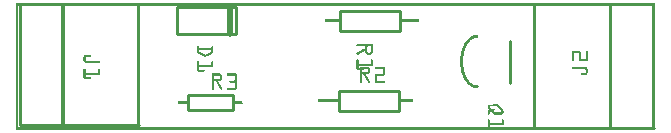
<source format=gto>
G04 MADE WITH FRITZING*
G04 WWW.FRITZING.ORG*
G04 DOUBLE SIDED*
G04 HOLES PLATED*
G04 CONTOUR ON CENTER OF CONTOUR VECTOR*
%ASAXBY*%
%FSLAX23Y23*%
%MOIN*%
%OFA0B0*%
%SFA1.0B1.0*%
%ADD10C,0.010417*%
%ADD11C,0.010000*%
%ADD12C,0.020000*%
%ADD13R,0.001000X0.001000*%
%LNSILK1*%
G90*
G70*
G54D10*
X1729Y7D02*
X2125Y7D01*
D02*
X14Y16D02*
X410Y16D01*
G54D11*
D02*
X732Y322D02*
X537Y322D01*
D02*
X537Y412D02*
X732Y412D01*
D02*
X732Y412D02*
X732Y322D01*
G54D12*
D02*
X712Y412D02*
X712Y322D01*
G54D11*
D02*
X1278Y332D02*
X1078Y332D01*
D02*
X1078Y332D02*
X1078Y398D01*
D02*
X1078Y398D02*
X1278Y398D01*
D02*
X1278Y398D02*
X1278Y332D01*
D02*
X1076Y130D02*
X1276Y130D01*
D02*
X1276Y130D02*
X1276Y64D01*
D02*
X1276Y64D02*
X1076Y64D01*
D02*
X1076Y64D02*
X1076Y130D01*
D02*
X1645Y296D02*
X1645Y156D01*
D02*
X573Y117D02*
X723Y117D01*
D02*
X723Y117D02*
X723Y67D01*
D02*
X723Y67D02*
X573Y67D01*
D02*
X573Y67D02*
X573Y117D01*
G54D13*
X0Y423D02*
X2129Y423D01*
X0Y422D02*
X2129Y422D01*
X0Y421D02*
X2129Y421D01*
X0Y420D02*
X2129Y420D01*
X0Y419D02*
X2129Y419D01*
X0Y418D02*
X2129Y418D01*
X0Y417D02*
X2129Y417D01*
X0Y416D02*
X2129Y416D01*
X0Y415D02*
X7Y415D01*
X9Y415D02*
X18Y415D01*
X151Y415D02*
X161Y415D01*
X404Y415D02*
X414Y415D01*
X1723Y415D02*
X2129Y415D01*
X0Y414D02*
X7Y414D01*
X9Y414D02*
X18Y414D01*
X151Y414D02*
X161Y414D01*
X404Y414D02*
X414Y414D01*
X1723Y414D02*
X2129Y414D01*
X0Y413D02*
X7Y413D01*
X9Y413D02*
X18Y413D01*
X151Y413D02*
X161Y413D01*
X404Y413D02*
X414Y413D01*
X1723Y413D02*
X1732Y413D01*
X1976Y413D02*
X1986Y413D01*
X2119Y413D02*
X2129Y413D01*
X0Y412D02*
X7Y412D01*
X9Y412D02*
X18Y412D01*
X151Y412D02*
X161Y412D01*
X404Y412D02*
X414Y412D01*
X532Y412D02*
X541Y412D01*
X1723Y412D02*
X1732Y412D01*
X1976Y412D02*
X1986Y412D01*
X2119Y412D02*
X2129Y412D01*
X0Y411D02*
X7Y411D01*
X9Y411D02*
X18Y411D01*
X151Y411D02*
X161Y411D01*
X404Y411D02*
X414Y411D01*
X532Y411D02*
X541Y411D01*
X1723Y411D02*
X1732Y411D01*
X1976Y411D02*
X1986Y411D01*
X2119Y411D02*
X2129Y411D01*
X0Y410D02*
X7Y410D01*
X9Y410D02*
X18Y410D01*
X151Y410D02*
X161Y410D01*
X404Y410D02*
X414Y410D01*
X532Y410D02*
X541Y410D01*
X1723Y410D02*
X1732Y410D01*
X1976Y410D02*
X1986Y410D01*
X2119Y410D02*
X2129Y410D01*
X0Y409D02*
X7Y409D01*
X9Y409D02*
X18Y409D01*
X151Y409D02*
X161Y409D01*
X404Y409D02*
X414Y409D01*
X532Y409D02*
X541Y409D01*
X1723Y409D02*
X1732Y409D01*
X1976Y409D02*
X1986Y409D01*
X2119Y409D02*
X2129Y409D01*
X0Y408D02*
X7Y408D01*
X9Y408D02*
X18Y408D01*
X151Y408D02*
X161Y408D01*
X404Y408D02*
X414Y408D01*
X532Y408D02*
X541Y408D01*
X1723Y408D02*
X1732Y408D01*
X1976Y408D02*
X1986Y408D01*
X2119Y408D02*
X2129Y408D01*
X0Y407D02*
X7Y407D01*
X9Y407D02*
X18Y407D01*
X151Y407D02*
X161Y407D01*
X404Y407D02*
X414Y407D01*
X532Y407D02*
X541Y407D01*
X1723Y407D02*
X1732Y407D01*
X1976Y407D02*
X1986Y407D01*
X2119Y407D02*
X2129Y407D01*
X0Y406D02*
X7Y406D01*
X9Y406D02*
X18Y406D01*
X151Y406D02*
X161Y406D01*
X404Y406D02*
X414Y406D01*
X532Y406D02*
X541Y406D01*
X1723Y406D02*
X1732Y406D01*
X1976Y406D02*
X1986Y406D01*
X2119Y406D02*
X2129Y406D01*
X0Y405D02*
X7Y405D01*
X9Y405D02*
X18Y405D01*
X151Y405D02*
X161Y405D01*
X404Y405D02*
X414Y405D01*
X532Y405D02*
X541Y405D01*
X1723Y405D02*
X1732Y405D01*
X1976Y405D02*
X1986Y405D01*
X2119Y405D02*
X2129Y405D01*
X0Y404D02*
X7Y404D01*
X9Y404D02*
X18Y404D01*
X151Y404D02*
X161Y404D01*
X404Y404D02*
X414Y404D01*
X532Y404D02*
X541Y404D01*
X1723Y404D02*
X1732Y404D01*
X1976Y404D02*
X1986Y404D01*
X2119Y404D02*
X2129Y404D01*
X0Y403D02*
X7Y403D01*
X9Y403D02*
X18Y403D01*
X151Y403D02*
X161Y403D01*
X404Y403D02*
X414Y403D01*
X532Y403D02*
X541Y403D01*
X1723Y403D02*
X1732Y403D01*
X1976Y403D02*
X1986Y403D01*
X2119Y403D02*
X2129Y403D01*
X0Y402D02*
X7Y402D01*
X9Y402D02*
X18Y402D01*
X151Y402D02*
X161Y402D01*
X404Y402D02*
X414Y402D01*
X532Y402D02*
X541Y402D01*
X1723Y402D02*
X1732Y402D01*
X1976Y402D02*
X1986Y402D01*
X2119Y402D02*
X2129Y402D01*
X0Y401D02*
X7Y401D01*
X9Y401D02*
X18Y401D01*
X151Y401D02*
X161Y401D01*
X404Y401D02*
X414Y401D01*
X532Y401D02*
X541Y401D01*
X1723Y401D02*
X1732Y401D01*
X1976Y401D02*
X1986Y401D01*
X2119Y401D02*
X2129Y401D01*
X0Y400D02*
X7Y400D01*
X9Y400D02*
X18Y400D01*
X151Y400D02*
X161Y400D01*
X404Y400D02*
X414Y400D01*
X532Y400D02*
X541Y400D01*
X1723Y400D02*
X1732Y400D01*
X1976Y400D02*
X1986Y400D01*
X2119Y400D02*
X2129Y400D01*
X0Y399D02*
X7Y399D01*
X9Y399D02*
X18Y399D01*
X151Y399D02*
X161Y399D01*
X404Y399D02*
X414Y399D01*
X532Y399D02*
X541Y399D01*
X1723Y399D02*
X1732Y399D01*
X1976Y399D02*
X1986Y399D01*
X2119Y399D02*
X2129Y399D01*
X0Y398D02*
X7Y398D01*
X9Y398D02*
X18Y398D01*
X151Y398D02*
X161Y398D01*
X404Y398D02*
X414Y398D01*
X532Y398D02*
X541Y398D01*
X1723Y398D02*
X1732Y398D01*
X1976Y398D02*
X1986Y398D01*
X2119Y398D02*
X2129Y398D01*
X0Y397D02*
X7Y397D01*
X9Y397D02*
X18Y397D01*
X151Y397D02*
X161Y397D01*
X404Y397D02*
X414Y397D01*
X532Y397D02*
X541Y397D01*
X1723Y397D02*
X1732Y397D01*
X1976Y397D02*
X1986Y397D01*
X2119Y397D02*
X2129Y397D01*
X0Y396D02*
X7Y396D01*
X9Y396D02*
X18Y396D01*
X151Y396D02*
X161Y396D01*
X404Y396D02*
X414Y396D01*
X532Y396D02*
X541Y396D01*
X1723Y396D02*
X1732Y396D01*
X1976Y396D02*
X1986Y396D01*
X2119Y396D02*
X2129Y396D01*
X0Y395D02*
X7Y395D01*
X9Y395D02*
X18Y395D01*
X151Y395D02*
X161Y395D01*
X404Y395D02*
X414Y395D01*
X532Y395D02*
X541Y395D01*
X1723Y395D02*
X1732Y395D01*
X1976Y395D02*
X1986Y395D01*
X2119Y395D02*
X2129Y395D01*
X0Y394D02*
X7Y394D01*
X9Y394D02*
X18Y394D01*
X151Y394D02*
X161Y394D01*
X404Y394D02*
X414Y394D01*
X532Y394D02*
X541Y394D01*
X1723Y394D02*
X1732Y394D01*
X1976Y394D02*
X1986Y394D01*
X2119Y394D02*
X2129Y394D01*
X0Y393D02*
X7Y393D01*
X9Y393D02*
X18Y393D01*
X151Y393D02*
X161Y393D01*
X404Y393D02*
X414Y393D01*
X532Y393D02*
X541Y393D01*
X1723Y393D02*
X1732Y393D01*
X1976Y393D02*
X1986Y393D01*
X2119Y393D02*
X2129Y393D01*
X0Y392D02*
X7Y392D01*
X9Y392D02*
X18Y392D01*
X151Y392D02*
X161Y392D01*
X404Y392D02*
X414Y392D01*
X532Y392D02*
X541Y392D01*
X1723Y392D02*
X1732Y392D01*
X1976Y392D02*
X1986Y392D01*
X2119Y392D02*
X2129Y392D01*
X0Y391D02*
X7Y391D01*
X9Y391D02*
X18Y391D01*
X151Y391D02*
X161Y391D01*
X404Y391D02*
X414Y391D01*
X532Y391D02*
X541Y391D01*
X1723Y391D02*
X1732Y391D01*
X1976Y391D02*
X1986Y391D01*
X2119Y391D02*
X2129Y391D01*
X0Y390D02*
X7Y390D01*
X9Y390D02*
X18Y390D01*
X151Y390D02*
X161Y390D01*
X404Y390D02*
X414Y390D01*
X532Y390D02*
X541Y390D01*
X1723Y390D02*
X1732Y390D01*
X1976Y390D02*
X1986Y390D01*
X2119Y390D02*
X2129Y390D01*
X0Y389D02*
X7Y389D01*
X9Y389D02*
X18Y389D01*
X151Y389D02*
X161Y389D01*
X404Y389D02*
X414Y389D01*
X532Y389D02*
X541Y389D01*
X1723Y389D02*
X1732Y389D01*
X1976Y389D02*
X1986Y389D01*
X2119Y389D02*
X2129Y389D01*
X0Y388D02*
X7Y388D01*
X9Y388D02*
X18Y388D01*
X151Y388D02*
X161Y388D01*
X404Y388D02*
X414Y388D01*
X532Y388D02*
X541Y388D01*
X1723Y388D02*
X1732Y388D01*
X1976Y388D02*
X1986Y388D01*
X2119Y388D02*
X2129Y388D01*
X0Y387D02*
X7Y387D01*
X9Y387D02*
X18Y387D01*
X151Y387D02*
X161Y387D01*
X404Y387D02*
X414Y387D01*
X532Y387D02*
X541Y387D01*
X1723Y387D02*
X1732Y387D01*
X1976Y387D02*
X1986Y387D01*
X2119Y387D02*
X2129Y387D01*
X0Y386D02*
X7Y386D01*
X9Y386D02*
X18Y386D01*
X151Y386D02*
X161Y386D01*
X404Y386D02*
X414Y386D01*
X532Y386D02*
X541Y386D01*
X1723Y386D02*
X1732Y386D01*
X1976Y386D02*
X1986Y386D01*
X2119Y386D02*
X2129Y386D01*
X0Y385D02*
X7Y385D01*
X9Y385D02*
X18Y385D01*
X151Y385D02*
X161Y385D01*
X404Y385D02*
X414Y385D01*
X532Y385D02*
X541Y385D01*
X1723Y385D02*
X1732Y385D01*
X1976Y385D02*
X1986Y385D01*
X2119Y385D02*
X2129Y385D01*
X0Y384D02*
X7Y384D01*
X9Y384D02*
X18Y384D01*
X151Y384D02*
X161Y384D01*
X404Y384D02*
X414Y384D01*
X532Y384D02*
X541Y384D01*
X1723Y384D02*
X1732Y384D01*
X1976Y384D02*
X1986Y384D01*
X2119Y384D02*
X2129Y384D01*
X0Y383D02*
X7Y383D01*
X9Y383D02*
X18Y383D01*
X151Y383D02*
X161Y383D01*
X404Y383D02*
X414Y383D01*
X532Y383D02*
X541Y383D01*
X1723Y383D02*
X1732Y383D01*
X1976Y383D02*
X1986Y383D01*
X2119Y383D02*
X2129Y383D01*
X0Y382D02*
X7Y382D01*
X9Y382D02*
X18Y382D01*
X151Y382D02*
X161Y382D01*
X404Y382D02*
X414Y382D01*
X532Y382D02*
X541Y382D01*
X1723Y382D02*
X1732Y382D01*
X1976Y382D02*
X1986Y382D01*
X2119Y382D02*
X2129Y382D01*
X0Y381D02*
X7Y381D01*
X9Y381D02*
X18Y381D01*
X151Y381D02*
X161Y381D01*
X404Y381D02*
X414Y381D01*
X532Y381D02*
X541Y381D01*
X1723Y381D02*
X1732Y381D01*
X1976Y381D02*
X1986Y381D01*
X2119Y381D02*
X2129Y381D01*
X0Y380D02*
X7Y380D01*
X9Y380D02*
X18Y380D01*
X151Y380D02*
X161Y380D01*
X404Y380D02*
X414Y380D01*
X532Y380D02*
X541Y380D01*
X1723Y380D02*
X1732Y380D01*
X1976Y380D02*
X1986Y380D01*
X2119Y380D02*
X2129Y380D01*
X0Y379D02*
X7Y379D01*
X9Y379D02*
X18Y379D01*
X151Y379D02*
X161Y379D01*
X404Y379D02*
X414Y379D01*
X532Y379D02*
X541Y379D01*
X1723Y379D02*
X1732Y379D01*
X1976Y379D02*
X1986Y379D01*
X2119Y379D02*
X2129Y379D01*
X0Y378D02*
X7Y378D01*
X9Y378D02*
X18Y378D01*
X151Y378D02*
X161Y378D01*
X404Y378D02*
X414Y378D01*
X532Y378D02*
X541Y378D01*
X1723Y378D02*
X1732Y378D01*
X1976Y378D02*
X1986Y378D01*
X2119Y378D02*
X2129Y378D01*
X0Y377D02*
X7Y377D01*
X9Y377D02*
X18Y377D01*
X151Y377D02*
X161Y377D01*
X404Y377D02*
X414Y377D01*
X533Y377D02*
X541Y377D01*
X1723Y377D02*
X1732Y377D01*
X1976Y377D02*
X1986Y377D01*
X2119Y377D02*
X2129Y377D01*
X0Y376D02*
X7Y376D01*
X9Y376D02*
X18Y376D01*
X151Y376D02*
X161Y376D01*
X404Y376D02*
X414Y376D01*
X533Y376D02*
X541Y376D01*
X1723Y376D02*
X1732Y376D01*
X1976Y376D02*
X1986Y376D01*
X2119Y376D02*
X2129Y376D01*
X0Y375D02*
X7Y375D01*
X9Y375D02*
X18Y375D01*
X151Y375D02*
X161Y375D01*
X404Y375D02*
X414Y375D01*
X533Y375D02*
X541Y375D01*
X1723Y375D02*
X1732Y375D01*
X1976Y375D02*
X1986Y375D01*
X2119Y375D02*
X2129Y375D01*
X0Y374D02*
X7Y374D01*
X9Y374D02*
X18Y374D01*
X151Y374D02*
X161Y374D01*
X404Y374D02*
X414Y374D01*
X533Y374D02*
X541Y374D01*
X1723Y374D02*
X1732Y374D01*
X1976Y374D02*
X1986Y374D01*
X2119Y374D02*
X2129Y374D01*
X0Y373D02*
X7Y373D01*
X9Y373D02*
X18Y373D01*
X151Y373D02*
X161Y373D01*
X404Y373D02*
X414Y373D01*
X533Y373D02*
X541Y373D01*
X1723Y373D02*
X1732Y373D01*
X1976Y373D02*
X1986Y373D01*
X2119Y373D02*
X2129Y373D01*
X0Y372D02*
X7Y372D01*
X9Y372D02*
X18Y372D01*
X151Y372D02*
X161Y372D01*
X404Y372D02*
X414Y372D01*
X534Y372D02*
X541Y372D01*
X732Y372D02*
X739Y372D01*
X1723Y372D02*
X1732Y372D01*
X1976Y372D02*
X1986Y372D01*
X2119Y372D02*
X2129Y372D01*
X0Y371D02*
X7Y371D01*
X9Y371D02*
X18Y371D01*
X151Y371D02*
X161Y371D01*
X404Y371D02*
X414Y371D01*
X534Y371D02*
X541Y371D01*
X732Y371D02*
X739Y371D01*
X1723Y371D02*
X1732Y371D01*
X1976Y371D02*
X1986Y371D01*
X2119Y371D02*
X2129Y371D01*
X0Y370D02*
X7Y370D01*
X9Y370D02*
X18Y370D01*
X151Y370D02*
X161Y370D01*
X404Y370D02*
X414Y370D01*
X534Y370D02*
X541Y370D01*
X732Y370D02*
X739Y370D01*
X1029Y370D02*
X1076Y370D01*
X1277Y370D02*
X1343Y370D01*
X1723Y370D02*
X1732Y370D01*
X1976Y370D02*
X1986Y370D01*
X2119Y370D02*
X2129Y370D01*
X0Y369D02*
X7Y369D01*
X9Y369D02*
X18Y369D01*
X151Y369D02*
X161Y369D01*
X404Y369D02*
X414Y369D01*
X534Y369D02*
X541Y369D01*
X732Y369D02*
X739Y369D01*
X1029Y369D02*
X1076Y369D01*
X1277Y369D02*
X1343Y369D01*
X1723Y369D02*
X1732Y369D01*
X1976Y369D02*
X1986Y369D01*
X2119Y369D02*
X2129Y369D01*
X0Y368D02*
X7Y368D01*
X9Y368D02*
X18Y368D01*
X151Y368D02*
X161Y368D01*
X404Y368D02*
X414Y368D01*
X534Y368D02*
X541Y368D01*
X732Y368D02*
X739Y368D01*
X1029Y368D02*
X1076Y368D01*
X1277Y368D02*
X1343Y368D01*
X1723Y368D02*
X1732Y368D01*
X1976Y368D02*
X1986Y368D01*
X2119Y368D02*
X2129Y368D01*
X0Y367D02*
X7Y367D01*
X9Y367D02*
X18Y367D01*
X151Y367D02*
X161Y367D01*
X404Y367D02*
X414Y367D01*
X534Y367D02*
X541Y367D01*
X732Y367D02*
X739Y367D01*
X1029Y367D02*
X1076Y367D01*
X1277Y367D02*
X1343Y367D01*
X1723Y367D02*
X1732Y367D01*
X1976Y367D02*
X1986Y367D01*
X2119Y367D02*
X2129Y367D01*
X0Y366D02*
X7Y366D01*
X9Y366D02*
X18Y366D01*
X151Y366D02*
X161Y366D01*
X404Y366D02*
X414Y366D01*
X534Y366D02*
X541Y366D01*
X732Y366D02*
X739Y366D01*
X1029Y366D02*
X1076Y366D01*
X1277Y366D02*
X1343Y366D01*
X1723Y366D02*
X1732Y366D01*
X1976Y366D02*
X1986Y366D01*
X2119Y366D02*
X2129Y366D01*
X0Y365D02*
X7Y365D01*
X9Y365D02*
X18Y365D01*
X151Y365D02*
X161Y365D01*
X404Y365D02*
X414Y365D01*
X534Y365D02*
X541Y365D01*
X732Y365D02*
X739Y365D01*
X1029Y365D02*
X1076Y365D01*
X1277Y365D02*
X1343Y365D01*
X1723Y365D02*
X1732Y365D01*
X1976Y365D02*
X1986Y365D01*
X2119Y365D02*
X2129Y365D01*
X0Y364D02*
X7Y364D01*
X9Y364D02*
X18Y364D01*
X151Y364D02*
X161Y364D01*
X404Y364D02*
X414Y364D01*
X534Y364D02*
X541Y364D01*
X732Y364D02*
X739Y364D01*
X1029Y364D02*
X1076Y364D01*
X1277Y364D02*
X1343Y364D01*
X1723Y364D02*
X1732Y364D01*
X1976Y364D02*
X1986Y364D01*
X2119Y364D02*
X2129Y364D01*
X0Y363D02*
X7Y363D01*
X9Y363D02*
X18Y363D01*
X151Y363D02*
X161Y363D01*
X404Y363D02*
X414Y363D01*
X534Y363D02*
X541Y363D01*
X732Y363D02*
X739Y363D01*
X1029Y363D02*
X1076Y363D01*
X1277Y363D02*
X1343Y363D01*
X1723Y363D02*
X1732Y363D01*
X1976Y363D02*
X1986Y363D01*
X2119Y363D02*
X2129Y363D01*
X0Y362D02*
X7Y362D01*
X9Y362D02*
X18Y362D01*
X151Y362D02*
X161Y362D01*
X404Y362D02*
X414Y362D01*
X533Y362D02*
X541Y362D01*
X1029Y362D02*
X1076Y362D01*
X1277Y362D02*
X1343Y362D01*
X1723Y362D02*
X1732Y362D01*
X1976Y362D02*
X1986Y362D01*
X2119Y362D02*
X2129Y362D01*
X0Y361D02*
X7Y361D01*
X9Y361D02*
X18Y361D01*
X151Y361D02*
X161Y361D01*
X404Y361D02*
X414Y361D01*
X533Y361D02*
X541Y361D01*
X1029Y361D02*
X1076Y361D01*
X1277Y361D02*
X1343Y361D01*
X1723Y361D02*
X1732Y361D01*
X1976Y361D02*
X1986Y361D01*
X2119Y361D02*
X2129Y361D01*
X0Y360D02*
X7Y360D01*
X9Y360D02*
X18Y360D01*
X151Y360D02*
X161Y360D01*
X404Y360D02*
X414Y360D01*
X533Y360D02*
X541Y360D01*
X1723Y360D02*
X1732Y360D01*
X1976Y360D02*
X1986Y360D01*
X2119Y360D02*
X2129Y360D01*
X0Y359D02*
X7Y359D01*
X9Y359D02*
X18Y359D01*
X151Y359D02*
X161Y359D01*
X404Y359D02*
X414Y359D01*
X533Y359D02*
X541Y359D01*
X1723Y359D02*
X1732Y359D01*
X1976Y359D02*
X1986Y359D01*
X2119Y359D02*
X2129Y359D01*
X0Y358D02*
X7Y358D01*
X9Y358D02*
X18Y358D01*
X151Y358D02*
X161Y358D01*
X404Y358D02*
X414Y358D01*
X533Y358D02*
X541Y358D01*
X1723Y358D02*
X1732Y358D01*
X1976Y358D02*
X1986Y358D01*
X2119Y358D02*
X2129Y358D01*
X0Y357D02*
X7Y357D01*
X9Y357D02*
X18Y357D01*
X151Y357D02*
X161Y357D01*
X404Y357D02*
X414Y357D01*
X533Y357D02*
X541Y357D01*
X1723Y357D02*
X1732Y357D01*
X1976Y357D02*
X1986Y357D01*
X2119Y357D02*
X2129Y357D01*
X0Y356D02*
X7Y356D01*
X9Y356D02*
X18Y356D01*
X151Y356D02*
X161Y356D01*
X404Y356D02*
X414Y356D01*
X532Y356D02*
X541Y356D01*
X1723Y356D02*
X1732Y356D01*
X1976Y356D02*
X1986Y356D01*
X2119Y356D02*
X2129Y356D01*
X0Y355D02*
X7Y355D01*
X9Y355D02*
X18Y355D01*
X151Y355D02*
X161Y355D01*
X404Y355D02*
X414Y355D01*
X532Y355D02*
X541Y355D01*
X1723Y355D02*
X1732Y355D01*
X1976Y355D02*
X1986Y355D01*
X2119Y355D02*
X2129Y355D01*
X0Y354D02*
X7Y354D01*
X9Y354D02*
X18Y354D01*
X151Y354D02*
X161Y354D01*
X404Y354D02*
X414Y354D01*
X532Y354D02*
X541Y354D01*
X1723Y354D02*
X1732Y354D01*
X1976Y354D02*
X1986Y354D01*
X2119Y354D02*
X2129Y354D01*
X0Y353D02*
X7Y353D01*
X9Y353D02*
X18Y353D01*
X151Y353D02*
X161Y353D01*
X404Y353D02*
X414Y353D01*
X532Y353D02*
X541Y353D01*
X1723Y353D02*
X1732Y353D01*
X1976Y353D02*
X1986Y353D01*
X2119Y353D02*
X2129Y353D01*
X0Y352D02*
X7Y352D01*
X9Y352D02*
X18Y352D01*
X151Y352D02*
X161Y352D01*
X404Y352D02*
X414Y352D01*
X532Y352D02*
X541Y352D01*
X1723Y352D02*
X1732Y352D01*
X1976Y352D02*
X1986Y352D01*
X2119Y352D02*
X2129Y352D01*
X0Y351D02*
X7Y351D01*
X9Y351D02*
X18Y351D01*
X151Y351D02*
X161Y351D01*
X404Y351D02*
X414Y351D01*
X532Y351D02*
X541Y351D01*
X1723Y351D02*
X1732Y351D01*
X1976Y351D02*
X1986Y351D01*
X2119Y351D02*
X2129Y351D01*
X0Y350D02*
X7Y350D01*
X9Y350D02*
X18Y350D01*
X151Y350D02*
X161Y350D01*
X404Y350D02*
X414Y350D01*
X532Y350D02*
X541Y350D01*
X1723Y350D02*
X1732Y350D01*
X1976Y350D02*
X1986Y350D01*
X2119Y350D02*
X2129Y350D01*
X0Y349D02*
X7Y349D01*
X9Y349D02*
X18Y349D01*
X151Y349D02*
X161Y349D01*
X404Y349D02*
X414Y349D01*
X532Y349D02*
X541Y349D01*
X1723Y349D02*
X1732Y349D01*
X1976Y349D02*
X1986Y349D01*
X2119Y349D02*
X2129Y349D01*
X0Y348D02*
X7Y348D01*
X9Y348D02*
X18Y348D01*
X151Y348D02*
X161Y348D01*
X404Y348D02*
X414Y348D01*
X532Y348D02*
X541Y348D01*
X1723Y348D02*
X1732Y348D01*
X1976Y348D02*
X1986Y348D01*
X2119Y348D02*
X2129Y348D01*
X0Y347D02*
X7Y347D01*
X9Y347D02*
X18Y347D01*
X151Y347D02*
X161Y347D01*
X404Y347D02*
X414Y347D01*
X532Y347D02*
X541Y347D01*
X1723Y347D02*
X1732Y347D01*
X1976Y347D02*
X1986Y347D01*
X2119Y347D02*
X2129Y347D01*
X0Y346D02*
X7Y346D01*
X9Y346D02*
X18Y346D01*
X151Y346D02*
X161Y346D01*
X404Y346D02*
X414Y346D01*
X532Y346D02*
X541Y346D01*
X1723Y346D02*
X1732Y346D01*
X1976Y346D02*
X1986Y346D01*
X2119Y346D02*
X2129Y346D01*
X0Y345D02*
X7Y345D01*
X9Y345D02*
X18Y345D01*
X151Y345D02*
X161Y345D01*
X404Y345D02*
X414Y345D01*
X532Y345D02*
X541Y345D01*
X1723Y345D02*
X1732Y345D01*
X1976Y345D02*
X1986Y345D01*
X2119Y345D02*
X2129Y345D01*
X0Y344D02*
X7Y344D01*
X9Y344D02*
X18Y344D01*
X151Y344D02*
X161Y344D01*
X404Y344D02*
X414Y344D01*
X532Y344D02*
X541Y344D01*
X1723Y344D02*
X1732Y344D01*
X1976Y344D02*
X1986Y344D01*
X2119Y344D02*
X2129Y344D01*
X0Y343D02*
X7Y343D01*
X9Y343D02*
X18Y343D01*
X151Y343D02*
X161Y343D01*
X404Y343D02*
X414Y343D01*
X532Y343D02*
X541Y343D01*
X1723Y343D02*
X1732Y343D01*
X1976Y343D02*
X1986Y343D01*
X2119Y343D02*
X2129Y343D01*
X0Y342D02*
X7Y342D01*
X9Y342D02*
X18Y342D01*
X151Y342D02*
X161Y342D01*
X404Y342D02*
X414Y342D01*
X532Y342D02*
X541Y342D01*
X1723Y342D02*
X1732Y342D01*
X1976Y342D02*
X1986Y342D01*
X2119Y342D02*
X2129Y342D01*
X0Y341D02*
X7Y341D01*
X9Y341D02*
X18Y341D01*
X151Y341D02*
X161Y341D01*
X404Y341D02*
X414Y341D01*
X532Y341D02*
X541Y341D01*
X1723Y341D02*
X1732Y341D01*
X1976Y341D02*
X1986Y341D01*
X2119Y341D02*
X2129Y341D01*
X0Y340D02*
X7Y340D01*
X9Y340D02*
X18Y340D01*
X151Y340D02*
X161Y340D01*
X404Y340D02*
X414Y340D01*
X532Y340D02*
X541Y340D01*
X1723Y340D02*
X1732Y340D01*
X1976Y340D02*
X1986Y340D01*
X2119Y340D02*
X2129Y340D01*
X0Y339D02*
X7Y339D01*
X9Y339D02*
X18Y339D01*
X151Y339D02*
X161Y339D01*
X404Y339D02*
X414Y339D01*
X532Y339D02*
X541Y339D01*
X1723Y339D02*
X1732Y339D01*
X1976Y339D02*
X1986Y339D01*
X2119Y339D02*
X2129Y339D01*
X0Y338D02*
X7Y338D01*
X9Y338D02*
X18Y338D01*
X151Y338D02*
X161Y338D01*
X404Y338D02*
X414Y338D01*
X532Y338D02*
X541Y338D01*
X1723Y338D02*
X1732Y338D01*
X1976Y338D02*
X1986Y338D01*
X2119Y338D02*
X2129Y338D01*
X0Y337D02*
X7Y337D01*
X9Y337D02*
X18Y337D01*
X151Y337D02*
X161Y337D01*
X404Y337D02*
X414Y337D01*
X532Y337D02*
X541Y337D01*
X1723Y337D02*
X1732Y337D01*
X1976Y337D02*
X1986Y337D01*
X2119Y337D02*
X2129Y337D01*
X0Y336D02*
X7Y336D01*
X9Y336D02*
X18Y336D01*
X151Y336D02*
X161Y336D01*
X404Y336D02*
X414Y336D01*
X532Y336D02*
X541Y336D01*
X1723Y336D02*
X1732Y336D01*
X1976Y336D02*
X1986Y336D01*
X2119Y336D02*
X2129Y336D01*
X0Y335D02*
X7Y335D01*
X9Y335D02*
X18Y335D01*
X151Y335D02*
X161Y335D01*
X404Y335D02*
X414Y335D01*
X532Y335D02*
X541Y335D01*
X1723Y335D02*
X1732Y335D01*
X1976Y335D02*
X1986Y335D01*
X2119Y335D02*
X2129Y335D01*
X0Y334D02*
X7Y334D01*
X9Y334D02*
X18Y334D01*
X151Y334D02*
X161Y334D01*
X404Y334D02*
X414Y334D01*
X532Y334D02*
X541Y334D01*
X1723Y334D02*
X1732Y334D01*
X1976Y334D02*
X1986Y334D01*
X2119Y334D02*
X2129Y334D01*
X0Y333D02*
X7Y333D01*
X9Y333D02*
X18Y333D01*
X151Y333D02*
X161Y333D01*
X404Y333D02*
X414Y333D01*
X532Y333D02*
X541Y333D01*
X1723Y333D02*
X1732Y333D01*
X1976Y333D02*
X1986Y333D01*
X2119Y333D02*
X2129Y333D01*
X0Y332D02*
X7Y332D01*
X9Y332D02*
X18Y332D01*
X151Y332D02*
X161Y332D01*
X404Y332D02*
X414Y332D01*
X532Y332D02*
X541Y332D01*
X1723Y332D02*
X1732Y332D01*
X1976Y332D02*
X1986Y332D01*
X2119Y332D02*
X2129Y332D01*
X0Y331D02*
X7Y331D01*
X9Y331D02*
X18Y331D01*
X151Y331D02*
X161Y331D01*
X404Y331D02*
X414Y331D01*
X532Y331D02*
X541Y331D01*
X1723Y331D02*
X1732Y331D01*
X1976Y331D02*
X1986Y331D01*
X2119Y331D02*
X2129Y331D01*
X0Y330D02*
X7Y330D01*
X9Y330D02*
X18Y330D01*
X151Y330D02*
X161Y330D01*
X404Y330D02*
X414Y330D01*
X532Y330D02*
X541Y330D01*
X1723Y330D02*
X1732Y330D01*
X1976Y330D02*
X1986Y330D01*
X2119Y330D02*
X2129Y330D01*
X0Y329D02*
X7Y329D01*
X9Y329D02*
X18Y329D01*
X151Y329D02*
X161Y329D01*
X404Y329D02*
X414Y329D01*
X532Y329D02*
X541Y329D01*
X1723Y329D02*
X1732Y329D01*
X1976Y329D02*
X1986Y329D01*
X2119Y329D02*
X2129Y329D01*
X0Y328D02*
X7Y328D01*
X9Y328D02*
X18Y328D01*
X151Y328D02*
X161Y328D01*
X404Y328D02*
X414Y328D01*
X532Y328D02*
X541Y328D01*
X1723Y328D02*
X1732Y328D01*
X1976Y328D02*
X1986Y328D01*
X2119Y328D02*
X2129Y328D01*
X0Y327D02*
X7Y327D01*
X9Y327D02*
X18Y327D01*
X151Y327D02*
X161Y327D01*
X404Y327D02*
X414Y327D01*
X532Y327D02*
X541Y327D01*
X1723Y327D02*
X1732Y327D01*
X1976Y327D02*
X1986Y327D01*
X2119Y327D02*
X2129Y327D01*
X0Y326D02*
X7Y326D01*
X9Y326D02*
X18Y326D01*
X151Y326D02*
X161Y326D01*
X404Y326D02*
X414Y326D01*
X532Y326D02*
X541Y326D01*
X1723Y326D02*
X1732Y326D01*
X1976Y326D02*
X1986Y326D01*
X2119Y326D02*
X2129Y326D01*
X0Y325D02*
X7Y325D01*
X9Y325D02*
X18Y325D01*
X151Y325D02*
X161Y325D01*
X404Y325D02*
X414Y325D01*
X532Y325D02*
X541Y325D01*
X1723Y325D02*
X1732Y325D01*
X1976Y325D02*
X1986Y325D01*
X2119Y325D02*
X2129Y325D01*
X0Y324D02*
X7Y324D01*
X9Y324D02*
X18Y324D01*
X151Y324D02*
X161Y324D01*
X404Y324D02*
X414Y324D01*
X532Y324D02*
X541Y324D01*
X1723Y324D02*
X1732Y324D01*
X1976Y324D02*
X1986Y324D01*
X2119Y324D02*
X2129Y324D01*
X0Y323D02*
X7Y323D01*
X9Y323D02*
X18Y323D01*
X151Y323D02*
X161Y323D01*
X404Y323D02*
X414Y323D01*
X532Y323D02*
X541Y323D01*
X1723Y323D02*
X1732Y323D01*
X1976Y323D02*
X1986Y323D01*
X2119Y323D02*
X2129Y323D01*
X0Y322D02*
X7Y322D01*
X9Y322D02*
X18Y322D01*
X151Y322D02*
X161Y322D01*
X404Y322D02*
X414Y322D01*
X1723Y322D02*
X1732Y322D01*
X1976Y322D02*
X1986Y322D01*
X2119Y322D02*
X2129Y322D01*
X0Y321D02*
X7Y321D01*
X9Y321D02*
X18Y321D01*
X151Y321D02*
X161Y321D01*
X404Y321D02*
X414Y321D01*
X1723Y321D02*
X1732Y321D01*
X1976Y321D02*
X1986Y321D01*
X2119Y321D02*
X2129Y321D01*
X0Y320D02*
X7Y320D01*
X9Y320D02*
X18Y320D01*
X151Y320D02*
X161Y320D01*
X404Y320D02*
X414Y320D01*
X1723Y320D02*
X1732Y320D01*
X1976Y320D02*
X1986Y320D01*
X2119Y320D02*
X2129Y320D01*
X0Y319D02*
X7Y319D01*
X9Y319D02*
X18Y319D01*
X151Y319D02*
X161Y319D01*
X404Y319D02*
X414Y319D01*
X1723Y319D02*
X1732Y319D01*
X1976Y319D02*
X1986Y319D01*
X2119Y319D02*
X2129Y319D01*
X0Y318D02*
X7Y318D01*
X9Y318D02*
X18Y318D01*
X151Y318D02*
X161Y318D01*
X404Y318D02*
X414Y318D01*
X1532Y318D02*
X1538Y318D01*
X1723Y318D02*
X1732Y318D01*
X1976Y318D02*
X1986Y318D01*
X2119Y318D02*
X2129Y318D01*
X0Y317D02*
X7Y317D01*
X9Y317D02*
X18Y317D01*
X151Y317D02*
X161Y317D01*
X404Y317D02*
X414Y317D01*
X1528Y317D02*
X1538Y317D01*
X1723Y317D02*
X1732Y317D01*
X1976Y317D02*
X1986Y317D01*
X2119Y317D02*
X2129Y317D01*
X0Y316D02*
X7Y316D01*
X9Y316D02*
X18Y316D01*
X151Y316D02*
X161Y316D01*
X404Y316D02*
X414Y316D01*
X1525Y316D02*
X1538Y316D01*
X1723Y316D02*
X1732Y316D01*
X1976Y316D02*
X1986Y316D01*
X2119Y316D02*
X2129Y316D01*
X0Y315D02*
X7Y315D01*
X9Y315D02*
X18Y315D01*
X151Y315D02*
X161Y315D01*
X404Y315D02*
X414Y315D01*
X1522Y315D02*
X1538Y315D01*
X1723Y315D02*
X1732Y315D01*
X1976Y315D02*
X1986Y315D01*
X2119Y315D02*
X2129Y315D01*
X0Y314D02*
X7Y314D01*
X9Y314D02*
X18Y314D01*
X151Y314D02*
X161Y314D01*
X404Y314D02*
X414Y314D01*
X1520Y314D02*
X1539Y314D01*
X1723Y314D02*
X1732Y314D01*
X1976Y314D02*
X1986Y314D01*
X2119Y314D02*
X2129Y314D01*
X0Y313D02*
X7Y313D01*
X9Y313D02*
X18Y313D01*
X151Y313D02*
X161Y313D01*
X404Y313D02*
X414Y313D01*
X1518Y313D02*
X1539Y313D01*
X1723Y313D02*
X1732Y313D01*
X1976Y313D02*
X1986Y313D01*
X2119Y313D02*
X2129Y313D01*
X0Y312D02*
X7Y312D01*
X9Y312D02*
X18Y312D01*
X151Y312D02*
X161Y312D01*
X404Y312D02*
X414Y312D01*
X1517Y312D02*
X1539Y312D01*
X1723Y312D02*
X1732Y312D01*
X1976Y312D02*
X1986Y312D01*
X2119Y312D02*
X2129Y312D01*
X0Y311D02*
X7Y311D01*
X9Y311D02*
X18Y311D01*
X151Y311D02*
X161Y311D01*
X404Y311D02*
X414Y311D01*
X1515Y311D02*
X1540Y311D01*
X1723Y311D02*
X1732Y311D01*
X1976Y311D02*
X1986Y311D01*
X2119Y311D02*
X2129Y311D01*
X0Y310D02*
X7Y310D01*
X9Y310D02*
X18Y310D01*
X151Y310D02*
X161Y310D01*
X404Y310D02*
X414Y310D01*
X1514Y310D02*
X1540Y310D01*
X1723Y310D02*
X1732Y310D01*
X1976Y310D02*
X1986Y310D01*
X2119Y310D02*
X2129Y310D01*
X0Y309D02*
X7Y309D01*
X9Y309D02*
X18Y309D01*
X151Y309D02*
X161Y309D01*
X404Y309D02*
X414Y309D01*
X1512Y309D02*
X1538Y309D01*
X1723Y309D02*
X1732Y309D01*
X1976Y309D02*
X1986Y309D01*
X2119Y309D02*
X2129Y309D01*
X0Y308D02*
X7Y308D01*
X9Y308D02*
X18Y308D01*
X151Y308D02*
X161Y308D01*
X404Y308D02*
X414Y308D01*
X1511Y308D02*
X1531Y308D01*
X1723Y308D02*
X1732Y308D01*
X1976Y308D02*
X1986Y308D01*
X2119Y308D02*
X2129Y308D01*
X0Y307D02*
X7Y307D01*
X9Y307D02*
X18Y307D01*
X151Y307D02*
X161Y307D01*
X404Y307D02*
X414Y307D01*
X1510Y307D02*
X1527Y307D01*
X1723Y307D02*
X1732Y307D01*
X1976Y307D02*
X1986Y307D01*
X2119Y307D02*
X2129Y307D01*
X0Y306D02*
X7Y306D01*
X9Y306D02*
X18Y306D01*
X151Y306D02*
X161Y306D01*
X404Y306D02*
X414Y306D01*
X1509Y306D02*
X1525Y306D01*
X1723Y306D02*
X1732Y306D01*
X1976Y306D02*
X1986Y306D01*
X2119Y306D02*
X2129Y306D01*
X0Y305D02*
X7Y305D01*
X9Y305D02*
X18Y305D01*
X151Y305D02*
X161Y305D01*
X404Y305D02*
X414Y305D01*
X1508Y305D02*
X1523Y305D01*
X1723Y305D02*
X1732Y305D01*
X1976Y305D02*
X1986Y305D01*
X2119Y305D02*
X2129Y305D01*
X0Y304D02*
X7Y304D01*
X9Y304D02*
X18Y304D01*
X151Y304D02*
X161Y304D01*
X404Y304D02*
X414Y304D01*
X1507Y304D02*
X1521Y304D01*
X1723Y304D02*
X1732Y304D01*
X1976Y304D02*
X1986Y304D01*
X2119Y304D02*
X2129Y304D01*
X0Y303D02*
X7Y303D01*
X9Y303D02*
X18Y303D01*
X151Y303D02*
X161Y303D01*
X404Y303D02*
X414Y303D01*
X1506Y303D02*
X1519Y303D01*
X1723Y303D02*
X1732Y303D01*
X1976Y303D02*
X1986Y303D01*
X2119Y303D02*
X2129Y303D01*
X0Y302D02*
X7Y302D01*
X9Y302D02*
X18Y302D01*
X151Y302D02*
X161Y302D01*
X404Y302D02*
X414Y302D01*
X1505Y302D02*
X1518Y302D01*
X1723Y302D02*
X1732Y302D01*
X1976Y302D02*
X1986Y302D01*
X2119Y302D02*
X2129Y302D01*
X0Y301D02*
X7Y301D01*
X9Y301D02*
X18Y301D01*
X151Y301D02*
X161Y301D01*
X404Y301D02*
X414Y301D01*
X1504Y301D02*
X1517Y301D01*
X1723Y301D02*
X1732Y301D01*
X1976Y301D02*
X1986Y301D01*
X2119Y301D02*
X2129Y301D01*
X0Y300D02*
X7Y300D01*
X9Y300D02*
X18Y300D01*
X151Y300D02*
X161Y300D01*
X404Y300D02*
X414Y300D01*
X1503Y300D02*
X1516Y300D01*
X1723Y300D02*
X1732Y300D01*
X1976Y300D02*
X1986Y300D01*
X2119Y300D02*
X2129Y300D01*
X0Y299D02*
X7Y299D01*
X9Y299D02*
X18Y299D01*
X151Y299D02*
X161Y299D01*
X404Y299D02*
X414Y299D01*
X1502Y299D02*
X1514Y299D01*
X1723Y299D02*
X1732Y299D01*
X1976Y299D02*
X1986Y299D01*
X2119Y299D02*
X2129Y299D01*
X0Y298D02*
X7Y298D01*
X9Y298D02*
X18Y298D01*
X151Y298D02*
X161Y298D01*
X404Y298D02*
X414Y298D01*
X1501Y298D02*
X1513Y298D01*
X1723Y298D02*
X1732Y298D01*
X1976Y298D02*
X1986Y298D01*
X2119Y298D02*
X2129Y298D01*
X0Y297D02*
X7Y297D01*
X9Y297D02*
X18Y297D01*
X151Y297D02*
X161Y297D01*
X404Y297D02*
X414Y297D01*
X1500Y297D02*
X1512Y297D01*
X1723Y297D02*
X1732Y297D01*
X1976Y297D02*
X1986Y297D01*
X2119Y297D02*
X2129Y297D01*
X0Y296D02*
X7Y296D01*
X9Y296D02*
X18Y296D01*
X151Y296D02*
X161Y296D01*
X404Y296D02*
X414Y296D01*
X1500Y296D02*
X1511Y296D01*
X1723Y296D02*
X1732Y296D01*
X1976Y296D02*
X1986Y296D01*
X2119Y296D02*
X2129Y296D01*
X0Y295D02*
X7Y295D01*
X9Y295D02*
X18Y295D01*
X151Y295D02*
X161Y295D01*
X404Y295D02*
X414Y295D01*
X1499Y295D02*
X1511Y295D01*
X1723Y295D02*
X1732Y295D01*
X1976Y295D02*
X1986Y295D01*
X2119Y295D02*
X2129Y295D01*
X0Y294D02*
X7Y294D01*
X9Y294D02*
X18Y294D01*
X151Y294D02*
X161Y294D01*
X404Y294D02*
X414Y294D01*
X1498Y294D02*
X1510Y294D01*
X1723Y294D02*
X1732Y294D01*
X1976Y294D02*
X1986Y294D01*
X2119Y294D02*
X2129Y294D01*
X0Y293D02*
X7Y293D01*
X9Y293D02*
X18Y293D01*
X151Y293D02*
X161Y293D01*
X404Y293D02*
X414Y293D01*
X1498Y293D02*
X1509Y293D01*
X1723Y293D02*
X1732Y293D01*
X1976Y293D02*
X1986Y293D01*
X2119Y293D02*
X2129Y293D01*
X0Y292D02*
X7Y292D01*
X9Y292D02*
X18Y292D01*
X151Y292D02*
X161Y292D01*
X404Y292D02*
X414Y292D01*
X1497Y292D02*
X1508Y292D01*
X1723Y292D02*
X1732Y292D01*
X1976Y292D02*
X1986Y292D01*
X2119Y292D02*
X2129Y292D01*
X0Y291D02*
X7Y291D01*
X9Y291D02*
X18Y291D01*
X151Y291D02*
X161Y291D01*
X404Y291D02*
X414Y291D01*
X1496Y291D02*
X1507Y291D01*
X1723Y291D02*
X1732Y291D01*
X1976Y291D02*
X1986Y291D01*
X2119Y291D02*
X2129Y291D01*
X0Y290D02*
X7Y290D01*
X9Y290D02*
X18Y290D01*
X151Y290D02*
X161Y290D01*
X404Y290D02*
X414Y290D01*
X1496Y290D02*
X1507Y290D01*
X1723Y290D02*
X1732Y290D01*
X1976Y290D02*
X1986Y290D01*
X2119Y290D02*
X2129Y290D01*
X0Y289D02*
X7Y289D01*
X9Y289D02*
X18Y289D01*
X151Y289D02*
X161Y289D01*
X404Y289D02*
X414Y289D01*
X1495Y289D02*
X1506Y289D01*
X1723Y289D02*
X1732Y289D01*
X1976Y289D02*
X1986Y289D01*
X2119Y289D02*
X2129Y289D01*
X0Y288D02*
X7Y288D01*
X9Y288D02*
X18Y288D01*
X151Y288D02*
X161Y288D01*
X404Y288D02*
X414Y288D01*
X1495Y288D02*
X1505Y288D01*
X1723Y288D02*
X1732Y288D01*
X1976Y288D02*
X1986Y288D01*
X2119Y288D02*
X2129Y288D01*
X0Y287D02*
X7Y287D01*
X9Y287D02*
X18Y287D01*
X151Y287D02*
X161Y287D01*
X404Y287D02*
X414Y287D01*
X1494Y287D02*
X1505Y287D01*
X1723Y287D02*
X1732Y287D01*
X1976Y287D02*
X1986Y287D01*
X2119Y287D02*
X2129Y287D01*
X0Y286D02*
X7Y286D01*
X9Y286D02*
X18Y286D01*
X151Y286D02*
X161Y286D01*
X404Y286D02*
X414Y286D01*
X1138Y286D02*
X1188Y286D01*
X1494Y286D02*
X1504Y286D01*
X1723Y286D02*
X1732Y286D01*
X1976Y286D02*
X1986Y286D01*
X2119Y286D02*
X2129Y286D01*
X0Y285D02*
X7Y285D01*
X9Y285D02*
X18Y285D01*
X151Y285D02*
X161Y285D01*
X404Y285D02*
X414Y285D01*
X1136Y285D02*
X1188Y285D01*
X1493Y285D02*
X1503Y285D01*
X1723Y285D02*
X1732Y285D01*
X1976Y285D02*
X1986Y285D01*
X2119Y285D02*
X2129Y285D01*
X0Y284D02*
X7Y284D01*
X9Y284D02*
X18Y284D01*
X151Y284D02*
X161Y284D01*
X404Y284D02*
X414Y284D01*
X1135Y284D02*
X1188Y284D01*
X1492Y284D02*
X1503Y284D01*
X1723Y284D02*
X1732Y284D01*
X1976Y284D02*
X1986Y284D01*
X2119Y284D02*
X2129Y284D01*
X0Y283D02*
X7Y283D01*
X9Y283D02*
X18Y283D01*
X151Y283D02*
X161Y283D01*
X404Y283D02*
X414Y283D01*
X1135Y283D02*
X1188Y283D01*
X1492Y283D02*
X1502Y283D01*
X1723Y283D02*
X1732Y283D01*
X1976Y283D02*
X1986Y283D01*
X2119Y283D02*
X2129Y283D01*
X0Y282D02*
X7Y282D01*
X9Y282D02*
X18Y282D01*
X151Y282D02*
X161Y282D01*
X404Y282D02*
X414Y282D01*
X1135Y282D02*
X1188Y282D01*
X1492Y282D02*
X1502Y282D01*
X1723Y282D02*
X1732Y282D01*
X1976Y282D02*
X1986Y282D01*
X2119Y282D02*
X2129Y282D01*
X0Y281D02*
X7Y281D01*
X9Y281D02*
X18Y281D01*
X151Y281D02*
X161Y281D01*
X404Y281D02*
X414Y281D01*
X1135Y281D02*
X1188Y281D01*
X1491Y281D02*
X1501Y281D01*
X1723Y281D02*
X1732Y281D01*
X1976Y281D02*
X1986Y281D01*
X2119Y281D02*
X2129Y281D01*
X0Y280D02*
X7Y280D01*
X9Y280D02*
X18Y280D01*
X151Y280D02*
X161Y280D01*
X404Y280D02*
X414Y280D01*
X607Y280D02*
X607Y280D01*
X654Y280D02*
X654Y280D01*
X1136Y280D02*
X1188Y280D01*
X1491Y280D02*
X1501Y280D01*
X1723Y280D02*
X1732Y280D01*
X1976Y280D02*
X1986Y280D01*
X2119Y280D02*
X2129Y280D01*
X0Y279D02*
X7Y279D01*
X9Y279D02*
X18Y279D01*
X151Y279D02*
X161Y279D01*
X404Y279D02*
X414Y279D01*
X605Y279D02*
X609Y279D01*
X652Y279D02*
X656Y279D01*
X1164Y279D02*
X1171Y279D01*
X1182Y279D02*
X1188Y279D01*
X1490Y279D02*
X1500Y279D01*
X1723Y279D02*
X1732Y279D01*
X1976Y279D02*
X1986Y279D01*
X2119Y279D02*
X2129Y279D01*
X0Y278D02*
X7Y278D01*
X9Y278D02*
X18Y278D01*
X151Y278D02*
X161Y278D01*
X404Y278D02*
X414Y278D01*
X604Y278D02*
X610Y278D01*
X651Y278D02*
X657Y278D01*
X1164Y278D02*
X1170Y278D01*
X1182Y278D02*
X1188Y278D01*
X1490Y278D02*
X1500Y278D01*
X1723Y278D02*
X1732Y278D01*
X1976Y278D02*
X1986Y278D01*
X2119Y278D02*
X2129Y278D01*
X0Y277D02*
X7Y277D01*
X9Y277D02*
X18Y277D01*
X151Y277D02*
X161Y277D01*
X404Y277D02*
X414Y277D01*
X604Y277D02*
X610Y277D01*
X651Y277D02*
X657Y277D01*
X1164Y277D02*
X1170Y277D01*
X1182Y277D02*
X1188Y277D01*
X1489Y277D02*
X1499Y277D01*
X1723Y277D02*
X1732Y277D01*
X1976Y277D02*
X1986Y277D01*
X2119Y277D02*
X2129Y277D01*
X0Y276D02*
X7Y276D01*
X9Y276D02*
X18Y276D01*
X151Y276D02*
X161Y276D01*
X404Y276D02*
X414Y276D01*
X604Y276D02*
X610Y276D01*
X651Y276D02*
X657Y276D01*
X1164Y276D02*
X1170Y276D01*
X1182Y276D02*
X1188Y276D01*
X1489Y276D02*
X1499Y276D01*
X1723Y276D02*
X1732Y276D01*
X1976Y276D02*
X1986Y276D01*
X2119Y276D02*
X2129Y276D01*
X0Y275D02*
X7Y275D01*
X9Y275D02*
X18Y275D01*
X151Y275D02*
X161Y275D01*
X404Y275D02*
X414Y275D01*
X604Y275D02*
X610Y275D01*
X651Y275D02*
X657Y275D01*
X1164Y275D02*
X1170Y275D01*
X1182Y275D02*
X1188Y275D01*
X1489Y275D02*
X1498Y275D01*
X1723Y275D02*
X1732Y275D01*
X1976Y275D02*
X1986Y275D01*
X2119Y275D02*
X2129Y275D01*
X0Y274D02*
X7Y274D01*
X9Y274D02*
X18Y274D01*
X151Y274D02*
X161Y274D01*
X404Y274D02*
X414Y274D01*
X604Y274D02*
X610Y274D01*
X651Y274D02*
X657Y274D01*
X1164Y274D02*
X1170Y274D01*
X1182Y274D02*
X1188Y274D01*
X1488Y274D02*
X1498Y274D01*
X1723Y274D02*
X1732Y274D01*
X1976Y274D02*
X1986Y274D01*
X2119Y274D02*
X2129Y274D01*
X0Y273D02*
X7Y273D01*
X9Y273D02*
X18Y273D01*
X151Y273D02*
X161Y273D01*
X404Y273D02*
X414Y273D01*
X604Y273D02*
X657Y273D01*
X1162Y273D02*
X1170Y273D01*
X1182Y273D02*
X1188Y273D01*
X1488Y273D02*
X1497Y273D01*
X1723Y273D02*
X1732Y273D01*
X1976Y273D02*
X1986Y273D01*
X2119Y273D02*
X2129Y273D01*
X0Y272D02*
X7Y272D01*
X9Y272D02*
X18Y272D01*
X151Y272D02*
X161Y272D01*
X404Y272D02*
X414Y272D01*
X604Y272D02*
X657Y272D01*
X1160Y272D02*
X1170Y272D01*
X1182Y272D02*
X1188Y272D01*
X1487Y272D02*
X1497Y272D01*
X1723Y272D02*
X1732Y272D01*
X1976Y272D02*
X1986Y272D01*
X2119Y272D02*
X2129Y272D01*
X0Y271D02*
X7Y271D01*
X9Y271D02*
X18Y271D01*
X151Y271D02*
X161Y271D01*
X404Y271D02*
X414Y271D01*
X604Y271D02*
X657Y271D01*
X1159Y271D02*
X1170Y271D01*
X1182Y271D02*
X1188Y271D01*
X1487Y271D02*
X1497Y271D01*
X1723Y271D02*
X1732Y271D01*
X1976Y271D02*
X1986Y271D01*
X2119Y271D02*
X2129Y271D01*
X0Y270D02*
X7Y270D01*
X9Y270D02*
X18Y270D01*
X151Y270D02*
X161Y270D01*
X404Y270D02*
X414Y270D01*
X604Y270D02*
X657Y270D01*
X1157Y270D02*
X1170Y270D01*
X1182Y270D02*
X1188Y270D01*
X1487Y270D02*
X1496Y270D01*
X1723Y270D02*
X1732Y270D01*
X1976Y270D02*
X1986Y270D01*
X2119Y270D02*
X2129Y270D01*
X0Y269D02*
X7Y269D01*
X9Y269D02*
X18Y269D01*
X151Y269D02*
X161Y269D01*
X404Y269D02*
X414Y269D01*
X604Y269D02*
X657Y269D01*
X1155Y269D02*
X1170Y269D01*
X1182Y269D02*
X1188Y269D01*
X1486Y269D02*
X1496Y269D01*
X1723Y269D02*
X1732Y269D01*
X1976Y269D02*
X1986Y269D01*
X2119Y269D02*
X2129Y269D01*
X0Y268D02*
X7Y268D01*
X9Y268D02*
X18Y268D01*
X151Y268D02*
X161Y268D01*
X404Y268D02*
X414Y268D01*
X604Y268D02*
X657Y268D01*
X1153Y268D02*
X1170Y268D01*
X1182Y268D02*
X1188Y268D01*
X1486Y268D02*
X1496Y268D01*
X1723Y268D02*
X1732Y268D01*
X1976Y268D02*
X1986Y268D01*
X2119Y268D02*
X2129Y268D01*
X0Y267D02*
X7Y267D01*
X9Y267D02*
X18Y267D01*
X151Y267D02*
X161Y267D01*
X404Y267D02*
X414Y267D01*
X604Y267D02*
X657Y267D01*
X1152Y267D02*
X1170Y267D01*
X1182Y267D02*
X1188Y267D01*
X1486Y267D02*
X1495Y267D01*
X1723Y267D02*
X1732Y267D01*
X1976Y267D02*
X1986Y267D01*
X2119Y267D02*
X2129Y267D01*
X0Y266D02*
X7Y266D01*
X9Y266D02*
X18Y266D01*
X151Y266D02*
X161Y266D01*
X404Y266D02*
X414Y266D01*
X604Y266D02*
X610Y266D01*
X651Y266D02*
X657Y266D01*
X1150Y266D02*
X1170Y266D01*
X1182Y266D02*
X1188Y266D01*
X1486Y266D02*
X1495Y266D01*
X1723Y266D02*
X1732Y266D01*
X1976Y266D02*
X1986Y266D01*
X2119Y266D02*
X2129Y266D01*
X0Y265D02*
X7Y265D01*
X9Y265D02*
X18Y265D01*
X151Y265D02*
X161Y265D01*
X404Y265D02*
X414Y265D01*
X604Y265D02*
X610Y265D01*
X651Y265D02*
X657Y265D01*
X1148Y265D02*
X1161Y265D01*
X1164Y265D02*
X1170Y265D01*
X1182Y265D02*
X1188Y265D01*
X1485Y265D02*
X1495Y265D01*
X1723Y265D02*
X1732Y265D01*
X1976Y265D02*
X1986Y265D01*
X2119Y265D02*
X2129Y265D01*
X0Y264D02*
X7Y264D01*
X9Y264D02*
X18Y264D01*
X151Y264D02*
X161Y264D01*
X404Y264D02*
X414Y264D01*
X604Y264D02*
X610Y264D01*
X651Y264D02*
X657Y264D01*
X1147Y264D02*
X1160Y264D01*
X1164Y264D02*
X1170Y264D01*
X1182Y264D02*
X1188Y264D01*
X1485Y264D02*
X1494Y264D01*
X1723Y264D02*
X1732Y264D01*
X1857Y264D02*
X1877Y264D01*
X1902Y264D02*
X1903Y264D01*
X1976Y264D02*
X1986Y264D01*
X2119Y264D02*
X2129Y264D01*
X0Y263D02*
X7Y263D01*
X9Y263D02*
X18Y263D01*
X151Y263D02*
X161Y263D01*
X404Y263D02*
X414Y263D01*
X604Y263D02*
X610Y263D01*
X651Y263D02*
X657Y263D01*
X1145Y263D02*
X1158Y263D01*
X1164Y263D02*
X1170Y263D01*
X1182Y263D02*
X1188Y263D01*
X1485Y263D02*
X1494Y263D01*
X1723Y263D02*
X1732Y263D01*
X1855Y263D02*
X1879Y263D01*
X1900Y263D02*
X1905Y263D01*
X1976Y263D02*
X1986Y263D01*
X2119Y263D02*
X2129Y263D01*
X0Y262D02*
X7Y262D01*
X9Y262D02*
X18Y262D01*
X151Y262D02*
X161Y262D01*
X404Y262D02*
X414Y262D01*
X604Y262D02*
X611Y262D01*
X651Y262D02*
X657Y262D01*
X1143Y262D02*
X1156Y262D01*
X1164Y262D02*
X1170Y262D01*
X1182Y262D02*
X1188Y262D01*
X1484Y262D02*
X1494Y262D01*
X1723Y262D02*
X1732Y262D01*
X1854Y262D02*
X1880Y262D01*
X1900Y262D02*
X1905Y262D01*
X1976Y262D02*
X1986Y262D01*
X2119Y262D02*
X2129Y262D01*
X0Y261D02*
X7Y261D01*
X9Y261D02*
X18Y261D01*
X151Y261D02*
X161Y261D01*
X404Y261D02*
X414Y261D01*
X604Y261D02*
X611Y261D01*
X650Y261D02*
X657Y261D01*
X1141Y261D02*
X1154Y261D01*
X1164Y261D02*
X1171Y261D01*
X1182Y261D02*
X1188Y261D01*
X1484Y261D02*
X1493Y261D01*
X1723Y261D02*
X1732Y261D01*
X1854Y261D02*
X1881Y261D01*
X1900Y261D02*
X1906Y261D01*
X1976Y261D02*
X1986Y261D01*
X2119Y261D02*
X2129Y261D01*
X0Y260D02*
X7Y260D01*
X9Y260D02*
X18Y260D01*
X151Y260D02*
X161Y260D01*
X404Y260D02*
X414Y260D01*
X605Y260D02*
X613Y260D01*
X648Y260D02*
X656Y260D01*
X1140Y260D02*
X1153Y260D01*
X1165Y260D02*
X1171Y260D01*
X1181Y260D02*
X1188Y260D01*
X1484Y260D02*
X1493Y260D01*
X1723Y260D02*
X1732Y260D01*
X1853Y260D02*
X1881Y260D01*
X1900Y260D02*
X1906Y260D01*
X1976Y260D02*
X1986Y260D01*
X2119Y260D02*
X2129Y260D01*
X0Y259D02*
X7Y259D01*
X9Y259D02*
X18Y259D01*
X151Y259D02*
X161Y259D01*
X404Y259D02*
X414Y259D01*
X605Y259D02*
X615Y259D01*
X646Y259D02*
X656Y259D01*
X1138Y259D02*
X1151Y259D01*
X1165Y259D02*
X1173Y259D01*
X1180Y259D02*
X1188Y259D01*
X1484Y259D02*
X1493Y259D01*
X1723Y259D02*
X1732Y259D01*
X1853Y259D02*
X1882Y259D01*
X1900Y259D02*
X1906Y259D01*
X1976Y259D02*
X1986Y259D01*
X2119Y259D02*
X2129Y259D01*
X0Y258D02*
X7Y258D01*
X9Y258D02*
X18Y258D01*
X151Y258D02*
X161Y258D01*
X404Y258D02*
X414Y258D01*
X606Y258D02*
X617Y258D01*
X644Y258D02*
X655Y258D01*
X1136Y258D02*
X1149Y258D01*
X1165Y258D02*
X1187Y258D01*
X1484Y258D02*
X1493Y258D01*
X1723Y258D02*
X1732Y258D01*
X1853Y258D02*
X1882Y258D01*
X1900Y258D02*
X1906Y258D01*
X1976Y258D02*
X1986Y258D01*
X2119Y258D02*
X2129Y258D01*
X0Y257D02*
X7Y257D01*
X9Y257D02*
X18Y257D01*
X151Y257D02*
X161Y257D01*
X404Y257D02*
X414Y257D01*
X606Y257D02*
X619Y257D01*
X642Y257D02*
X654Y257D01*
X1135Y257D02*
X1148Y257D01*
X1166Y257D02*
X1187Y257D01*
X1483Y257D02*
X1492Y257D01*
X1723Y257D02*
X1732Y257D01*
X1852Y257D02*
X1859Y257D01*
X1876Y257D02*
X1882Y257D01*
X1900Y257D02*
X1906Y257D01*
X1976Y257D02*
X1986Y257D01*
X2119Y257D02*
X2129Y257D01*
X0Y256D02*
X7Y256D01*
X9Y256D02*
X18Y256D01*
X151Y256D02*
X161Y256D01*
X404Y256D02*
X414Y256D01*
X607Y256D02*
X621Y256D01*
X640Y256D02*
X654Y256D01*
X1135Y256D02*
X1146Y256D01*
X1166Y256D02*
X1186Y256D01*
X1483Y256D02*
X1492Y256D01*
X1723Y256D02*
X1732Y256D01*
X1852Y256D02*
X1858Y256D01*
X1876Y256D02*
X1882Y256D01*
X1900Y256D02*
X1906Y256D01*
X1976Y256D02*
X1986Y256D01*
X2119Y256D02*
X2129Y256D01*
X0Y255D02*
X7Y255D01*
X9Y255D02*
X18Y255D01*
X151Y255D02*
X161Y255D01*
X404Y255D02*
X414Y255D01*
X609Y255D02*
X623Y255D01*
X638Y255D02*
X652Y255D01*
X1135Y255D02*
X1144Y255D01*
X1167Y255D02*
X1185Y255D01*
X1483Y255D02*
X1492Y255D01*
X1723Y255D02*
X1732Y255D01*
X1852Y255D02*
X1858Y255D01*
X1876Y255D02*
X1882Y255D01*
X1900Y255D02*
X1906Y255D01*
X1976Y255D02*
X1986Y255D01*
X2119Y255D02*
X2129Y255D01*
X0Y254D02*
X7Y254D01*
X9Y254D02*
X18Y254D01*
X151Y254D02*
X161Y254D01*
X404Y254D02*
X414Y254D01*
X610Y254D02*
X625Y254D01*
X636Y254D02*
X651Y254D01*
X1135Y254D02*
X1142Y254D01*
X1168Y254D02*
X1184Y254D01*
X1483Y254D02*
X1492Y254D01*
X1723Y254D02*
X1732Y254D01*
X1852Y254D02*
X1858Y254D01*
X1876Y254D02*
X1882Y254D01*
X1900Y254D02*
X1906Y254D01*
X1976Y254D02*
X1986Y254D01*
X2119Y254D02*
X2129Y254D01*
X0Y253D02*
X7Y253D01*
X9Y253D02*
X18Y253D01*
X151Y253D02*
X161Y253D01*
X404Y253D02*
X414Y253D01*
X612Y253D02*
X628Y253D01*
X634Y253D02*
X649Y253D01*
X1136Y253D02*
X1141Y253D01*
X1170Y253D02*
X1183Y253D01*
X1483Y253D02*
X1492Y253D01*
X1723Y253D02*
X1732Y253D01*
X1852Y253D02*
X1858Y253D01*
X1876Y253D02*
X1882Y253D01*
X1900Y253D02*
X1906Y253D01*
X1976Y253D02*
X1986Y253D01*
X2119Y253D02*
X2129Y253D01*
X0Y252D02*
X7Y252D01*
X9Y252D02*
X18Y252D01*
X151Y252D02*
X161Y252D01*
X234Y252D02*
X246Y252D01*
X404Y252D02*
X414Y252D01*
X614Y252D02*
X647Y252D01*
X1137Y252D02*
X1139Y252D01*
X1172Y252D02*
X1180Y252D01*
X1482Y252D02*
X1491Y252D01*
X1723Y252D02*
X1732Y252D01*
X1852Y252D02*
X1858Y252D01*
X1876Y252D02*
X1882Y252D01*
X1900Y252D02*
X1906Y252D01*
X1976Y252D02*
X1986Y252D01*
X2119Y252D02*
X2129Y252D01*
X0Y251D02*
X7Y251D01*
X9Y251D02*
X18Y251D01*
X151Y251D02*
X161Y251D01*
X231Y251D02*
X248Y251D01*
X404Y251D02*
X414Y251D01*
X616Y251D02*
X645Y251D01*
X1482Y251D02*
X1491Y251D01*
X1723Y251D02*
X1732Y251D01*
X1852Y251D02*
X1858Y251D01*
X1876Y251D02*
X1882Y251D01*
X1900Y251D02*
X1906Y251D01*
X1976Y251D02*
X1986Y251D01*
X2119Y251D02*
X2129Y251D01*
X0Y250D02*
X7Y250D01*
X9Y250D02*
X18Y250D01*
X151Y250D02*
X161Y250D01*
X230Y250D02*
X249Y250D01*
X404Y250D02*
X414Y250D01*
X619Y250D02*
X643Y250D01*
X1482Y250D02*
X1491Y250D01*
X1723Y250D02*
X1732Y250D01*
X1852Y250D02*
X1858Y250D01*
X1876Y250D02*
X1882Y250D01*
X1900Y250D02*
X1906Y250D01*
X1976Y250D02*
X1986Y250D01*
X2119Y250D02*
X2129Y250D01*
X0Y249D02*
X7Y249D01*
X9Y249D02*
X18Y249D01*
X151Y249D02*
X161Y249D01*
X228Y249D02*
X249Y249D01*
X404Y249D02*
X414Y249D01*
X621Y249D02*
X641Y249D01*
X1482Y249D02*
X1491Y249D01*
X1723Y249D02*
X1732Y249D01*
X1852Y249D02*
X1858Y249D01*
X1876Y249D02*
X1882Y249D01*
X1900Y249D02*
X1906Y249D01*
X1976Y249D02*
X1986Y249D01*
X2119Y249D02*
X2129Y249D01*
X0Y248D02*
X7Y248D01*
X9Y248D02*
X18Y248D01*
X151Y248D02*
X161Y248D01*
X228Y248D02*
X249Y248D01*
X404Y248D02*
X414Y248D01*
X623Y248D02*
X639Y248D01*
X1482Y248D02*
X1491Y248D01*
X1723Y248D02*
X1732Y248D01*
X1852Y248D02*
X1858Y248D01*
X1876Y248D02*
X1882Y248D01*
X1900Y248D02*
X1906Y248D01*
X1976Y248D02*
X1986Y248D01*
X2119Y248D02*
X2129Y248D01*
X0Y247D02*
X7Y247D01*
X9Y247D02*
X18Y247D01*
X151Y247D02*
X161Y247D01*
X227Y247D02*
X249Y247D01*
X404Y247D02*
X414Y247D01*
X625Y247D02*
X636Y247D01*
X1482Y247D02*
X1491Y247D01*
X1723Y247D02*
X1732Y247D01*
X1852Y247D02*
X1858Y247D01*
X1876Y247D02*
X1882Y247D01*
X1900Y247D02*
X1906Y247D01*
X1976Y247D02*
X1986Y247D01*
X2119Y247D02*
X2129Y247D01*
X0Y246D02*
X7Y246D01*
X9Y246D02*
X18Y246D01*
X151Y246D02*
X161Y246D01*
X226Y246D02*
X248Y246D01*
X404Y246D02*
X414Y246D01*
X628Y246D02*
X633Y246D01*
X1481Y246D02*
X1490Y246D01*
X1723Y246D02*
X1732Y246D01*
X1852Y246D02*
X1858Y246D01*
X1876Y246D02*
X1882Y246D01*
X1900Y246D02*
X1906Y246D01*
X1976Y246D02*
X1986Y246D01*
X2119Y246D02*
X2129Y246D01*
X0Y245D02*
X7Y245D01*
X9Y245D02*
X18Y245D01*
X151Y245D02*
X161Y245D01*
X226Y245D02*
X234Y245D01*
X404Y245D02*
X414Y245D01*
X1481Y245D02*
X1490Y245D01*
X1723Y245D02*
X1732Y245D01*
X1852Y245D02*
X1858Y245D01*
X1876Y245D02*
X1882Y245D01*
X1900Y245D02*
X1906Y245D01*
X1976Y245D02*
X1986Y245D01*
X2119Y245D02*
X2129Y245D01*
X0Y244D02*
X7Y244D01*
X9Y244D02*
X18Y244D01*
X151Y244D02*
X161Y244D01*
X226Y244D02*
X232Y244D01*
X404Y244D02*
X414Y244D01*
X1481Y244D02*
X1490Y244D01*
X1723Y244D02*
X1732Y244D01*
X1852Y244D02*
X1858Y244D01*
X1876Y244D02*
X1882Y244D01*
X1900Y244D02*
X1906Y244D01*
X1976Y244D02*
X1986Y244D01*
X2119Y244D02*
X2129Y244D01*
X0Y243D02*
X7Y243D01*
X9Y243D02*
X18Y243D01*
X151Y243D02*
X161Y243D01*
X225Y243D02*
X232Y243D01*
X404Y243D02*
X414Y243D01*
X1481Y243D02*
X1490Y243D01*
X1723Y243D02*
X1732Y243D01*
X1852Y243D02*
X1858Y243D01*
X1876Y243D02*
X1882Y243D01*
X1900Y243D02*
X1906Y243D01*
X1976Y243D02*
X1986Y243D01*
X2119Y243D02*
X2129Y243D01*
X0Y242D02*
X7Y242D01*
X9Y242D02*
X18Y242D01*
X151Y242D02*
X161Y242D01*
X225Y242D02*
X231Y242D01*
X404Y242D02*
X414Y242D01*
X1481Y242D02*
X1490Y242D01*
X1723Y242D02*
X1732Y242D01*
X1852Y242D02*
X1858Y242D01*
X1876Y242D02*
X1882Y242D01*
X1900Y242D02*
X1906Y242D01*
X1976Y242D02*
X1986Y242D01*
X2119Y242D02*
X2129Y242D01*
X0Y241D02*
X7Y241D01*
X9Y241D02*
X18Y241D01*
X151Y241D02*
X161Y241D01*
X225Y241D02*
X231Y241D01*
X404Y241D02*
X414Y241D01*
X1481Y241D02*
X1490Y241D01*
X1723Y241D02*
X1732Y241D01*
X1852Y241D02*
X1858Y241D01*
X1876Y241D02*
X1882Y241D01*
X1900Y241D02*
X1906Y241D01*
X1976Y241D02*
X1986Y241D01*
X2119Y241D02*
X2129Y241D01*
X0Y240D02*
X7Y240D01*
X9Y240D02*
X18Y240D01*
X151Y240D02*
X161Y240D01*
X225Y240D02*
X231Y240D01*
X404Y240D02*
X414Y240D01*
X1481Y240D02*
X1490Y240D01*
X1723Y240D02*
X1732Y240D01*
X1852Y240D02*
X1858Y240D01*
X1876Y240D02*
X1882Y240D01*
X1900Y240D02*
X1906Y240D01*
X1976Y240D02*
X1986Y240D01*
X2119Y240D02*
X2129Y240D01*
X0Y239D02*
X7Y239D01*
X9Y239D02*
X18Y239D01*
X151Y239D02*
X161Y239D01*
X225Y239D02*
X231Y239D01*
X404Y239D02*
X414Y239D01*
X1481Y239D02*
X1490Y239D01*
X1723Y239D02*
X1732Y239D01*
X1852Y239D02*
X1858Y239D01*
X1876Y239D02*
X1882Y239D01*
X1900Y239D02*
X1906Y239D01*
X1976Y239D02*
X1986Y239D01*
X2119Y239D02*
X2129Y239D01*
X0Y238D02*
X7Y238D01*
X9Y238D02*
X18Y238D01*
X151Y238D02*
X161Y238D01*
X225Y238D02*
X231Y238D01*
X404Y238D02*
X414Y238D01*
X1481Y238D02*
X1490Y238D01*
X1723Y238D02*
X1732Y238D01*
X1852Y238D02*
X1858Y238D01*
X1876Y238D02*
X1882Y238D01*
X1900Y238D02*
X1906Y238D01*
X1976Y238D02*
X1986Y238D01*
X2119Y238D02*
X2129Y238D01*
X0Y237D02*
X7Y237D01*
X9Y237D02*
X18Y237D01*
X151Y237D02*
X161Y237D01*
X225Y237D02*
X231Y237D01*
X404Y237D02*
X414Y237D01*
X1481Y237D02*
X1490Y237D01*
X1723Y237D02*
X1732Y237D01*
X1852Y237D02*
X1858Y237D01*
X1876Y237D02*
X1882Y237D01*
X1899Y237D02*
X1906Y237D01*
X1976Y237D02*
X1986Y237D01*
X2119Y237D02*
X2129Y237D01*
X0Y236D02*
X7Y236D01*
X9Y236D02*
X18Y236D01*
X151Y236D02*
X161Y236D01*
X225Y236D02*
X231Y236D01*
X404Y236D02*
X414Y236D01*
X1137Y236D02*
X1139Y236D01*
X1184Y236D02*
X1186Y236D01*
X1481Y236D02*
X1490Y236D01*
X1723Y236D02*
X1732Y236D01*
X1852Y236D02*
X1858Y236D01*
X1876Y236D02*
X1906Y236D01*
X1976Y236D02*
X1986Y236D01*
X2119Y236D02*
X2129Y236D01*
X0Y235D02*
X7Y235D01*
X9Y235D02*
X18Y235D01*
X151Y235D02*
X161Y235D01*
X225Y235D02*
X231Y235D01*
X404Y235D02*
X414Y235D01*
X1136Y235D02*
X1140Y235D01*
X1183Y235D02*
X1187Y235D01*
X1481Y235D02*
X1490Y235D01*
X1723Y235D02*
X1732Y235D01*
X1852Y235D02*
X1858Y235D01*
X1876Y235D02*
X1906Y235D01*
X1976Y235D02*
X1986Y235D01*
X2119Y235D02*
X2129Y235D01*
X0Y234D02*
X7Y234D01*
X9Y234D02*
X18Y234D01*
X151Y234D02*
X161Y234D01*
X225Y234D02*
X232Y234D01*
X404Y234D02*
X414Y234D01*
X1135Y234D02*
X1141Y234D01*
X1182Y234D02*
X1188Y234D01*
X1481Y234D02*
X1490Y234D01*
X1723Y234D02*
X1732Y234D01*
X1852Y234D02*
X1858Y234D01*
X1877Y234D02*
X1906Y234D01*
X1976Y234D02*
X1986Y234D01*
X2119Y234D02*
X2129Y234D01*
X0Y233D02*
X7Y233D01*
X9Y233D02*
X18Y233D01*
X151Y233D02*
X161Y233D01*
X225Y233D02*
X232Y233D01*
X404Y233D02*
X414Y233D01*
X1135Y233D02*
X1141Y233D01*
X1182Y233D02*
X1188Y233D01*
X1481Y233D02*
X1489Y233D01*
X1723Y233D02*
X1732Y233D01*
X1853Y233D02*
X1858Y233D01*
X1877Y233D02*
X1906Y233D01*
X1976Y233D02*
X1986Y233D01*
X2119Y233D02*
X2129Y233D01*
X0Y232D02*
X7Y232D01*
X9Y232D02*
X18Y232D01*
X151Y232D02*
X161Y232D01*
X226Y232D02*
X233Y232D01*
X404Y232D02*
X414Y232D01*
X1135Y232D02*
X1141Y232D01*
X1182Y232D02*
X1188Y232D01*
X1480Y232D02*
X1489Y232D01*
X1723Y232D02*
X1732Y232D01*
X1853Y232D02*
X1858Y232D01*
X1878Y232D02*
X1906Y232D01*
X1976Y232D02*
X1986Y232D01*
X2119Y232D02*
X2129Y232D01*
X0Y231D02*
X7Y231D01*
X9Y231D02*
X18Y231D01*
X151Y231D02*
X161Y231D01*
X226Y231D02*
X277Y231D01*
X404Y231D02*
X414Y231D01*
X1135Y231D02*
X1141Y231D01*
X1182Y231D02*
X1188Y231D01*
X1480Y231D02*
X1489Y231D01*
X1723Y231D02*
X1732Y231D01*
X1853Y231D02*
X1857Y231D01*
X1879Y231D02*
X1906Y231D01*
X1976Y231D02*
X1986Y231D01*
X2119Y231D02*
X2129Y231D01*
X0Y230D02*
X7Y230D01*
X9Y230D02*
X18Y230D01*
X151Y230D02*
X161Y230D01*
X227Y230D02*
X278Y230D01*
X404Y230D02*
X414Y230D01*
X606Y230D02*
X608Y230D01*
X654Y230D02*
X655Y230D01*
X1135Y230D02*
X1141Y230D01*
X1182Y230D02*
X1188Y230D01*
X1480Y230D02*
X1489Y230D01*
X1723Y230D02*
X1732Y230D01*
X1855Y230D02*
X1856Y230D01*
X1882Y230D02*
X1905Y230D01*
X1976Y230D02*
X1986Y230D01*
X2119Y230D02*
X2129Y230D01*
X0Y229D02*
X7Y229D01*
X9Y229D02*
X18Y229D01*
X151Y229D02*
X161Y229D01*
X227Y229D02*
X278Y229D01*
X404Y229D02*
X414Y229D01*
X605Y229D02*
X609Y229D01*
X652Y229D02*
X656Y229D01*
X1135Y229D02*
X1141Y229D01*
X1182Y229D02*
X1188Y229D01*
X1480Y229D02*
X1489Y229D01*
X1723Y229D02*
X1732Y229D01*
X1976Y229D02*
X1986Y229D01*
X2119Y229D02*
X2129Y229D01*
X0Y228D02*
X7Y228D01*
X9Y228D02*
X18Y228D01*
X151Y228D02*
X161Y228D01*
X228Y228D02*
X278Y228D01*
X404Y228D02*
X414Y228D01*
X604Y228D02*
X610Y228D01*
X651Y228D02*
X657Y228D01*
X1135Y228D02*
X1141Y228D01*
X1182Y228D02*
X1188Y228D01*
X1480Y228D02*
X1489Y228D01*
X1723Y228D02*
X1732Y228D01*
X1976Y228D02*
X1986Y228D01*
X2119Y228D02*
X2129Y228D01*
X0Y227D02*
X7Y227D01*
X9Y227D02*
X18Y227D01*
X151Y227D02*
X161Y227D01*
X229Y227D02*
X278Y227D01*
X404Y227D02*
X414Y227D01*
X604Y227D02*
X610Y227D01*
X651Y227D02*
X657Y227D01*
X1135Y227D02*
X1141Y227D01*
X1182Y227D02*
X1188Y227D01*
X1480Y227D02*
X1489Y227D01*
X1723Y227D02*
X1732Y227D01*
X1976Y227D02*
X1986Y227D01*
X2119Y227D02*
X2129Y227D01*
X0Y226D02*
X7Y226D01*
X9Y226D02*
X18Y226D01*
X151Y226D02*
X161Y226D01*
X230Y226D02*
X278Y226D01*
X404Y226D02*
X414Y226D01*
X604Y226D02*
X610Y226D01*
X651Y226D02*
X657Y226D01*
X1135Y226D02*
X1141Y226D01*
X1182Y226D02*
X1188Y226D01*
X1480Y226D02*
X1489Y226D01*
X1723Y226D02*
X1732Y226D01*
X1976Y226D02*
X1986Y226D01*
X2119Y226D02*
X2129Y226D01*
X0Y225D02*
X7Y225D01*
X9Y225D02*
X18Y225D01*
X151Y225D02*
X161Y225D01*
X233Y225D02*
X277Y225D01*
X404Y225D02*
X414Y225D01*
X604Y225D02*
X610Y225D01*
X651Y225D02*
X657Y225D01*
X1135Y225D02*
X1141Y225D01*
X1182Y225D02*
X1188Y225D01*
X1480Y225D02*
X1489Y225D01*
X1723Y225D02*
X1732Y225D01*
X1976Y225D02*
X1986Y225D01*
X2119Y225D02*
X2129Y225D01*
X0Y224D02*
X7Y224D01*
X9Y224D02*
X18Y224D01*
X151Y224D02*
X161Y224D01*
X404Y224D02*
X414Y224D01*
X604Y224D02*
X610Y224D01*
X651Y224D02*
X657Y224D01*
X1135Y224D02*
X1141Y224D01*
X1182Y224D02*
X1188Y224D01*
X1481Y224D02*
X1490Y224D01*
X1723Y224D02*
X1732Y224D01*
X1976Y224D02*
X1986Y224D01*
X2119Y224D02*
X2129Y224D01*
X0Y223D02*
X7Y223D01*
X9Y223D02*
X18Y223D01*
X151Y223D02*
X161Y223D01*
X404Y223D02*
X414Y223D01*
X604Y223D02*
X610Y223D01*
X651Y223D02*
X657Y223D01*
X1135Y223D02*
X1141Y223D01*
X1182Y223D02*
X1188Y223D01*
X1481Y223D02*
X1490Y223D01*
X1723Y223D02*
X1732Y223D01*
X1976Y223D02*
X1986Y223D01*
X2119Y223D02*
X2129Y223D01*
X0Y222D02*
X7Y222D01*
X9Y222D02*
X18Y222D01*
X151Y222D02*
X161Y222D01*
X404Y222D02*
X414Y222D01*
X604Y222D02*
X610Y222D01*
X651Y222D02*
X657Y222D01*
X1135Y222D02*
X1188Y222D01*
X1481Y222D02*
X1490Y222D01*
X1723Y222D02*
X1732Y222D01*
X1976Y222D02*
X1986Y222D01*
X2119Y222D02*
X2129Y222D01*
X0Y221D02*
X7Y221D01*
X9Y221D02*
X18Y221D01*
X151Y221D02*
X161Y221D01*
X404Y221D02*
X414Y221D01*
X604Y221D02*
X610Y221D01*
X651Y221D02*
X657Y221D01*
X1135Y221D02*
X1188Y221D01*
X1481Y221D02*
X1490Y221D01*
X1723Y221D02*
X1732Y221D01*
X1976Y221D02*
X1986Y221D01*
X2119Y221D02*
X2129Y221D01*
X0Y220D02*
X7Y220D01*
X9Y220D02*
X18Y220D01*
X151Y220D02*
X161Y220D01*
X404Y220D02*
X414Y220D01*
X604Y220D02*
X610Y220D01*
X651Y220D02*
X657Y220D01*
X1135Y220D02*
X1188Y220D01*
X1481Y220D02*
X1490Y220D01*
X1723Y220D02*
X1732Y220D01*
X1976Y220D02*
X1986Y220D01*
X2119Y220D02*
X2129Y220D01*
X0Y219D02*
X7Y219D01*
X9Y219D02*
X18Y219D01*
X151Y219D02*
X161Y219D01*
X404Y219D02*
X414Y219D01*
X604Y219D02*
X610Y219D01*
X651Y219D02*
X657Y219D01*
X1135Y219D02*
X1188Y219D01*
X1481Y219D02*
X1490Y219D01*
X1723Y219D02*
X1732Y219D01*
X1976Y219D02*
X1986Y219D01*
X2119Y219D02*
X2129Y219D01*
X0Y218D02*
X7Y218D01*
X9Y218D02*
X18Y218D01*
X151Y218D02*
X161Y218D01*
X404Y218D02*
X414Y218D01*
X604Y218D02*
X610Y218D01*
X651Y218D02*
X657Y218D01*
X1135Y218D02*
X1188Y218D01*
X1481Y218D02*
X1490Y218D01*
X1723Y218D02*
X1732Y218D01*
X1976Y218D02*
X1986Y218D01*
X2119Y218D02*
X2129Y218D01*
X0Y217D02*
X7Y217D01*
X9Y217D02*
X18Y217D01*
X151Y217D02*
X161Y217D01*
X404Y217D02*
X414Y217D01*
X604Y217D02*
X610Y217D01*
X651Y217D02*
X657Y217D01*
X1135Y217D02*
X1188Y217D01*
X1481Y217D02*
X1490Y217D01*
X1723Y217D02*
X1732Y217D01*
X1976Y217D02*
X1986Y217D01*
X2119Y217D02*
X2129Y217D01*
X0Y216D02*
X7Y216D01*
X9Y216D02*
X18Y216D01*
X151Y216D02*
X161Y216D01*
X404Y216D02*
X414Y216D01*
X604Y216D02*
X657Y216D01*
X1135Y216D02*
X1188Y216D01*
X1481Y216D02*
X1490Y216D01*
X1723Y216D02*
X1732Y216D01*
X1976Y216D02*
X1986Y216D01*
X2119Y216D02*
X2129Y216D01*
X0Y215D02*
X7Y215D01*
X9Y215D02*
X18Y215D01*
X151Y215D02*
X161Y215D01*
X404Y215D02*
X414Y215D01*
X604Y215D02*
X657Y215D01*
X1135Y215D02*
X1141Y215D01*
X1481Y215D02*
X1490Y215D01*
X1723Y215D02*
X1732Y215D01*
X1976Y215D02*
X1986Y215D01*
X2119Y215D02*
X2129Y215D01*
X0Y214D02*
X7Y214D01*
X9Y214D02*
X18Y214D01*
X151Y214D02*
X161Y214D01*
X404Y214D02*
X414Y214D01*
X604Y214D02*
X657Y214D01*
X1135Y214D02*
X1141Y214D01*
X1481Y214D02*
X1490Y214D01*
X1723Y214D02*
X1732Y214D01*
X1976Y214D02*
X1986Y214D01*
X2119Y214D02*
X2129Y214D01*
X0Y213D02*
X7Y213D01*
X9Y213D02*
X18Y213D01*
X151Y213D02*
X161Y213D01*
X404Y213D02*
X414Y213D01*
X604Y213D02*
X657Y213D01*
X1135Y213D02*
X1141Y213D01*
X1481Y213D02*
X1490Y213D01*
X1723Y213D02*
X1732Y213D01*
X1976Y213D02*
X1986Y213D01*
X2119Y213D02*
X2129Y213D01*
X0Y212D02*
X7Y212D01*
X9Y212D02*
X18Y212D01*
X151Y212D02*
X161Y212D01*
X404Y212D02*
X414Y212D01*
X604Y212D02*
X657Y212D01*
X1135Y212D02*
X1141Y212D01*
X1481Y212D02*
X1490Y212D01*
X1723Y212D02*
X1732Y212D01*
X1976Y212D02*
X1986Y212D01*
X2119Y212D02*
X2129Y212D01*
X0Y211D02*
X7Y211D01*
X9Y211D02*
X18Y211D01*
X151Y211D02*
X161Y211D01*
X404Y211D02*
X414Y211D01*
X604Y211D02*
X657Y211D01*
X1135Y211D02*
X1141Y211D01*
X1146Y211D02*
X1173Y211D01*
X1197Y211D02*
X1225Y211D01*
X1482Y211D02*
X1491Y211D01*
X1723Y211D02*
X1732Y211D01*
X1856Y211D02*
X1895Y211D01*
X1976Y211D02*
X1986Y211D01*
X2119Y211D02*
X2129Y211D01*
X0Y210D02*
X7Y210D01*
X9Y210D02*
X18Y210D01*
X151Y210D02*
X161Y210D01*
X404Y210D02*
X414Y210D01*
X604Y210D02*
X657Y210D01*
X1135Y210D02*
X1141Y210D01*
X1146Y210D02*
X1174Y210D01*
X1196Y210D02*
X1227Y210D01*
X1482Y210D02*
X1491Y210D01*
X1723Y210D02*
X1732Y210D01*
X1854Y210D02*
X1900Y210D01*
X1976Y210D02*
X1986Y210D01*
X2119Y210D02*
X2129Y210D01*
X0Y209D02*
X7Y209D01*
X9Y209D02*
X18Y209D01*
X151Y209D02*
X161Y209D01*
X404Y209D02*
X414Y209D01*
X604Y209D02*
X610Y209D01*
X1135Y209D02*
X1141Y209D01*
X1146Y209D02*
X1176Y209D01*
X1196Y209D02*
X1228Y209D01*
X1482Y209D02*
X1491Y209D01*
X1723Y209D02*
X1732Y209D01*
X1853Y209D02*
X1901Y209D01*
X1976Y209D02*
X1986Y209D01*
X2119Y209D02*
X2129Y209D01*
X0Y208D02*
X7Y208D01*
X9Y208D02*
X18Y208D01*
X151Y208D02*
X161Y208D01*
X404Y208D02*
X414Y208D01*
X604Y208D02*
X610Y208D01*
X1135Y208D02*
X1177Y208D01*
X1196Y208D02*
X1228Y208D01*
X1482Y208D02*
X1491Y208D01*
X1723Y208D02*
X1732Y208D01*
X1853Y208D02*
X1902Y208D01*
X1976Y208D02*
X1986Y208D01*
X2119Y208D02*
X2129Y208D01*
X0Y207D02*
X7Y207D01*
X9Y207D02*
X18Y207D01*
X151Y207D02*
X161Y207D01*
X404Y207D02*
X414Y207D01*
X604Y207D02*
X610Y207D01*
X1135Y207D02*
X1178Y207D01*
X1196Y207D02*
X1229Y207D01*
X1482Y207D02*
X1491Y207D01*
X1723Y207D02*
X1732Y207D01*
X1853Y207D02*
X1903Y207D01*
X1976Y207D02*
X1986Y207D01*
X2119Y207D02*
X2129Y207D01*
X0Y206D02*
X7Y206D01*
X9Y206D02*
X18Y206D01*
X151Y206D02*
X161Y206D01*
X404Y206D02*
X414Y206D01*
X604Y206D02*
X610Y206D01*
X1135Y206D02*
X1178Y206D01*
X1197Y206D02*
X1229Y206D01*
X1482Y206D02*
X1491Y206D01*
X1723Y206D02*
X1732Y206D01*
X1853Y206D02*
X1904Y206D01*
X1976Y206D02*
X1986Y206D01*
X2119Y206D02*
X2129Y206D01*
X0Y205D02*
X7Y205D01*
X9Y205D02*
X18Y205D01*
X151Y205D02*
X161Y205D01*
X227Y205D02*
X230Y205D01*
X274Y205D02*
X277Y205D01*
X404Y205D02*
X414Y205D01*
X604Y205D02*
X610Y205D01*
X1135Y205D02*
X1179Y205D01*
X1198Y205D02*
X1229Y205D01*
X1483Y205D02*
X1492Y205D01*
X1723Y205D02*
X1732Y205D01*
X1854Y205D02*
X1905Y205D01*
X1976Y205D02*
X1986Y205D01*
X2119Y205D02*
X2129Y205D01*
X0Y204D02*
X7Y204D01*
X9Y204D02*
X18Y204D01*
X151Y204D02*
X161Y204D01*
X226Y204D02*
X231Y204D01*
X273Y204D02*
X278Y204D01*
X404Y204D02*
X414Y204D01*
X604Y204D02*
X610Y204D01*
X1135Y204D02*
X1158Y204D01*
X1172Y204D02*
X1179Y204D01*
X1223Y204D02*
X1229Y204D01*
X1483Y204D02*
X1492Y204D01*
X1723Y204D02*
X1732Y204D01*
X1856Y204D02*
X1905Y204D01*
X1976Y204D02*
X1986Y204D01*
X2119Y204D02*
X2129Y204D01*
X0Y203D02*
X7Y203D01*
X9Y203D02*
X18Y203D01*
X151Y203D02*
X161Y203D01*
X225Y203D02*
X231Y203D01*
X273Y203D02*
X278Y203D01*
X404Y203D02*
X414Y203D01*
X604Y203D02*
X610Y203D01*
X1136Y203D02*
X1158Y203D01*
X1173Y203D02*
X1179Y203D01*
X1223Y203D02*
X1229Y203D01*
X1483Y203D02*
X1492Y203D01*
X1723Y203D02*
X1732Y203D01*
X1898Y203D02*
X1905Y203D01*
X1976Y203D02*
X1986Y203D01*
X2119Y203D02*
X2129Y203D01*
X0Y202D02*
X7Y202D01*
X9Y202D02*
X18Y202D01*
X151Y202D02*
X161Y202D01*
X225Y202D02*
X231Y202D01*
X272Y202D02*
X278Y202D01*
X404Y202D02*
X414Y202D01*
X604Y202D02*
X626Y202D01*
X1137Y202D02*
X1156Y202D01*
X1173Y202D02*
X1179Y202D01*
X1223Y202D02*
X1229Y202D01*
X1483Y202D02*
X1492Y202D01*
X1723Y202D02*
X1732Y202D01*
X1899Y202D02*
X1905Y202D01*
X1976Y202D02*
X1986Y202D01*
X2119Y202D02*
X2129Y202D01*
X0Y201D02*
X7Y201D01*
X9Y201D02*
X18Y201D01*
X151Y201D02*
X161Y201D01*
X225Y201D02*
X231Y201D01*
X272Y201D02*
X278Y201D01*
X404Y201D02*
X414Y201D01*
X604Y201D02*
X627Y201D01*
X1146Y201D02*
X1152Y201D01*
X1173Y201D02*
X1179Y201D01*
X1223Y201D02*
X1229Y201D01*
X1483Y201D02*
X1492Y201D01*
X1723Y201D02*
X1732Y201D01*
X1899Y201D02*
X1906Y201D01*
X1976Y201D02*
X1986Y201D01*
X2119Y201D02*
X2129Y201D01*
X0Y200D02*
X7Y200D01*
X9Y200D02*
X18Y200D01*
X151Y200D02*
X161Y200D01*
X225Y200D02*
X231Y200D01*
X272Y200D02*
X278Y200D01*
X404Y200D02*
X414Y200D01*
X604Y200D02*
X628Y200D01*
X1146Y200D02*
X1152Y200D01*
X1173Y200D02*
X1179Y200D01*
X1223Y200D02*
X1229Y200D01*
X1483Y200D02*
X1493Y200D01*
X1723Y200D02*
X1732Y200D01*
X1900Y200D02*
X1906Y200D01*
X1976Y200D02*
X1986Y200D01*
X2119Y200D02*
X2129Y200D01*
X0Y199D02*
X7Y199D01*
X9Y199D02*
X18Y199D01*
X151Y199D02*
X161Y199D01*
X225Y199D02*
X231Y199D01*
X272Y199D02*
X278Y199D01*
X404Y199D02*
X414Y199D01*
X604Y199D02*
X628Y199D01*
X1146Y199D02*
X1152Y199D01*
X1173Y199D02*
X1179Y199D01*
X1223Y199D02*
X1229Y199D01*
X1484Y199D02*
X1493Y199D01*
X1723Y199D02*
X1732Y199D01*
X1900Y199D02*
X1906Y199D01*
X1976Y199D02*
X1986Y199D01*
X2119Y199D02*
X2129Y199D01*
X0Y198D02*
X7Y198D01*
X9Y198D02*
X18Y198D01*
X151Y198D02*
X161Y198D01*
X225Y198D02*
X231Y198D01*
X272Y198D02*
X278Y198D01*
X404Y198D02*
X414Y198D01*
X604Y198D02*
X627Y198D01*
X1146Y198D02*
X1152Y198D01*
X1173Y198D02*
X1179Y198D01*
X1223Y198D02*
X1229Y198D01*
X1484Y198D02*
X1493Y198D01*
X1723Y198D02*
X1732Y198D01*
X1900Y198D02*
X1906Y198D01*
X1976Y198D02*
X1986Y198D01*
X2119Y198D02*
X2129Y198D01*
X0Y197D02*
X7Y197D01*
X9Y197D02*
X18Y197D01*
X151Y197D02*
X161Y197D01*
X225Y197D02*
X231Y197D01*
X272Y197D02*
X278Y197D01*
X404Y197D02*
X414Y197D01*
X605Y197D02*
X627Y197D01*
X1146Y197D02*
X1152Y197D01*
X1173Y197D02*
X1179Y197D01*
X1223Y197D02*
X1229Y197D01*
X1484Y197D02*
X1493Y197D01*
X1723Y197D02*
X1732Y197D01*
X1900Y197D02*
X1906Y197D01*
X1976Y197D02*
X1986Y197D01*
X2119Y197D02*
X2129Y197D01*
X0Y196D02*
X7Y196D01*
X9Y196D02*
X18Y196D01*
X151Y196D02*
X161Y196D01*
X225Y196D02*
X231Y196D01*
X272Y196D02*
X278Y196D01*
X404Y196D02*
X414Y196D01*
X606Y196D02*
X625Y196D01*
X1146Y196D02*
X1152Y196D01*
X1173Y196D02*
X1179Y196D01*
X1223Y196D02*
X1229Y196D01*
X1484Y196D02*
X1494Y196D01*
X1723Y196D02*
X1732Y196D01*
X1900Y196D02*
X1906Y196D01*
X1976Y196D02*
X1986Y196D01*
X2119Y196D02*
X2129Y196D01*
X0Y195D02*
X7Y195D01*
X9Y195D02*
X18Y195D01*
X151Y195D02*
X161Y195D01*
X225Y195D02*
X231Y195D01*
X272Y195D02*
X278Y195D01*
X404Y195D02*
X414Y195D01*
X1146Y195D02*
X1152Y195D01*
X1172Y195D02*
X1179Y195D01*
X1223Y195D02*
X1229Y195D01*
X1485Y195D02*
X1494Y195D01*
X1723Y195D02*
X1732Y195D01*
X1900Y195D02*
X1906Y195D01*
X1976Y195D02*
X1986Y195D01*
X2119Y195D02*
X2129Y195D01*
X0Y194D02*
X7Y194D01*
X9Y194D02*
X18Y194D01*
X151Y194D02*
X161Y194D01*
X225Y194D02*
X231Y194D01*
X272Y194D02*
X278Y194D01*
X404Y194D02*
X414Y194D01*
X1146Y194D02*
X1179Y194D01*
X1223Y194D02*
X1229Y194D01*
X1485Y194D02*
X1494Y194D01*
X1723Y194D02*
X1732Y194D01*
X1900Y194D02*
X1906Y194D01*
X1976Y194D02*
X1986Y194D01*
X2119Y194D02*
X2129Y194D01*
X0Y193D02*
X7Y193D01*
X9Y193D02*
X18Y193D01*
X151Y193D02*
X161Y193D01*
X225Y193D02*
X231Y193D01*
X272Y193D02*
X278Y193D01*
X404Y193D02*
X414Y193D01*
X1146Y193D02*
X1178Y193D01*
X1223Y193D02*
X1229Y193D01*
X1485Y193D02*
X1495Y193D01*
X1723Y193D02*
X1732Y193D01*
X1899Y193D02*
X1906Y193D01*
X1976Y193D02*
X1986Y193D01*
X2119Y193D02*
X2129Y193D01*
X0Y192D02*
X7Y192D01*
X9Y192D02*
X18Y192D01*
X151Y192D02*
X161Y192D01*
X225Y192D02*
X232Y192D01*
X272Y192D02*
X278Y192D01*
X404Y192D02*
X414Y192D01*
X1146Y192D02*
X1178Y192D01*
X1223Y192D02*
X1229Y192D01*
X1486Y192D02*
X1495Y192D01*
X1723Y192D02*
X1732Y192D01*
X1899Y192D02*
X1905Y192D01*
X1976Y192D02*
X1986Y192D01*
X2119Y192D02*
X2129Y192D01*
X0Y191D02*
X7Y191D01*
X9Y191D02*
X18Y191D01*
X151Y191D02*
X161Y191D01*
X225Y191D02*
X278Y191D01*
X404Y191D02*
X414Y191D01*
X1146Y191D02*
X1177Y191D01*
X1223Y191D02*
X1229Y191D01*
X1486Y191D02*
X1495Y191D01*
X1723Y191D02*
X1732Y191D01*
X1898Y191D02*
X1905Y191D01*
X1976Y191D02*
X1986Y191D01*
X2119Y191D02*
X2129Y191D01*
X0Y190D02*
X7Y190D01*
X9Y190D02*
X18Y190D01*
X151Y190D02*
X161Y190D01*
X225Y190D02*
X278Y190D01*
X404Y190D02*
X414Y190D01*
X1146Y190D02*
X1176Y190D01*
X1223Y190D02*
X1229Y190D01*
X1486Y190D02*
X1495Y190D01*
X1723Y190D02*
X1732Y190D01*
X1884Y190D02*
X1905Y190D01*
X1976Y190D02*
X1986Y190D01*
X2119Y190D02*
X2129Y190D01*
X0Y189D02*
X7Y189D01*
X9Y189D02*
X18Y189D01*
X151Y189D02*
X161Y189D01*
X225Y189D02*
X278Y189D01*
X404Y189D02*
X414Y189D01*
X653Y189D02*
X679Y189D01*
X705Y189D02*
X732Y189D01*
X1146Y189D02*
X1175Y189D01*
X1223Y189D02*
X1229Y189D01*
X1486Y189D02*
X1496Y189D01*
X1723Y189D02*
X1732Y189D01*
X1883Y189D02*
X1904Y189D01*
X1976Y189D02*
X1986Y189D01*
X2119Y189D02*
X2129Y189D01*
X0Y188D02*
X7Y188D01*
X9Y188D02*
X18Y188D01*
X151Y188D02*
X161Y188D01*
X225Y188D02*
X278Y188D01*
X404Y188D02*
X414Y188D01*
X653Y188D02*
X682Y188D01*
X704Y188D02*
X734Y188D01*
X1146Y188D02*
X1173Y188D01*
X1201Y188D02*
X1229Y188D01*
X1487Y188D02*
X1496Y188D01*
X1723Y188D02*
X1732Y188D01*
X1882Y188D02*
X1904Y188D01*
X1976Y188D02*
X1986Y188D01*
X2119Y188D02*
X2129Y188D01*
X0Y187D02*
X7Y187D01*
X9Y187D02*
X18Y187D01*
X151Y187D02*
X161Y187D01*
X225Y187D02*
X278Y187D01*
X404Y187D02*
X414Y187D01*
X653Y187D02*
X683Y187D01*
X704Y187D02*
X735Y187D01*
X1146Y187D02*
X1152Y187D01*
X1157Y187D02*
X1165Y187D01*
X1199Y187D02*
X1229Y187D01*
X1487Y187D02*
X1497Y187D01*
X1723Y187D02*
X1732Y187D01*
X1882Y187D02*
X1903Y187D01*
X1976Y187D02*
X1986Y187D01*
X2119Y187D02*
X2129Y187D01*
X0Y186D02*
X7Y186D01*
X9Y186D02*
X18Y186D01*
X151Y186D02*
X161Y186D01*
X225Y186D02*
X278Y186D01*
X404Y186D02*
X414Y186D01*
X653Y186D02*
X684Y186D01*
X703Y186D02*
X736Y186D01*
X1146Y186D02*
X1152Y186D01*
X1158Y186D02*
X1165Y186D01*
X1198Y186D02*
X1229Y186D01*
X1487Y186D02*
X1497Y186D01*
X1723Y186D02*
X1732Y186D01*
X1882Y186D02*
X1902Y186D01*
X1976Y186D02*
X1986Y186D01*
X2119Y186D02*
X2129Y186D01*
X0Y185D02*
X7Y185D01*
X9Y185D02*
X18Y185D01*
X151Y185D02*
X161Y185D01*
X225Y185D02*
X278Y185D01*
X404Y185D02*
X414Y185D01*
X653Y185D02*
X685Y185D01*
X703Y185D02*
X736Y185D01*
X1146Y185D02*
X1152Y185D01*
X1159Y185D02*
X1166Y185D01*
X1197Y185D02*
X1229Y185D01*
X1488Y185D02*
X1497Y185D01*
X1723Y185D02*
X1732Y185D01*
X1882Y185D02*
X1901Y185D01*
X1976Y185D02*
X1986Y185D01*
X2119Y185D02*
X2129Y185D01*
X0Y184D02*
X7Y184D01*
X9Y184D02*
X18Y184D01*
X151Y184D02*
X161Y184D01*
X225Y184D02*
X231Y184D01*
X404Y184D02*
X414Y184D01*
X653Y184D02*
X686Y184D01*
X704Y184D02*
X737Y184D01*
X1146Y184D02*
X1152Y184D01*
X1159Y184D02*
X1167Y184D01*
X1196Y184D02*
X1228Y184D01*
X1488Y184D02*
X1498Y184D01*
X1723Y184D02*
X1732Y184D01*
X1883Y184D02*
X1899Y184D01*
X1976Y184D02*
X1986Y184D01*
X2119Y184D02*
X2129Y184D01*
X0Y183D02*
X7Y183D01*
X9Y183D02*
X18Y183D01*
X151Y183D02*
X161Y183D01*
X225Y183D02*
X231Y183D01*
X404Y183D02*
X414Y183D01*
X653Y183D02*
X686Y183D01*
X705Y183D02*
X737Y183D01*
X1146Y183D02*
X1152Y183D01*
X1160Y183D02*
X1167Y183D01*
X1196Y183D02*
X1227Y183D01*
X1489Y183D02*
X1498Y183D01*
X1723Y183D02*
X1732Y183D01*
X1976Y183D02*
X1986Y183D01*
X2119Y183D02*
X2129Y183D01*
X0Y182D02*
X7Y182D01*
X9Y182D02*
X18Y182D01*
X151Y182D02*
X161Y182D01*
X225Y182D02*
X231Y182D01*
X404Y182D02*
X414Y182D01*
X653Y182D02*
X659Y182D01*
X679Y182D02*
X686Y182D01*
X731Y182D02*
X737Y182D01*
X1146Y182D02*
X1152Y182D01*
X1161Y182D02*
X1168Y182D01*
X1196Y182D02*
X1225Y182D01*
X1489Y182D02*
X1499Y182D01*
X1723Y182D02*
X1732Y182D01*
X1976Y182D02*
X1986Y182D01*
X2119Y182D02*
X2129Y182D01*
X0Y181D02*
X7Y181D01*
X9Y181D02*
X18Y181D01*
X151Y181D02*
X161Y181D01*
X225Y181D02*
X231Y181D01*
X404Y181D02*
X414Y181D01*
X653Y181D02*
X659Y181D01*
X680Y181D02*
X687Y181D01*
X731Y181D02*
X737Y181D01*
X1146Y181D02*
X1152Y181D01*
X1161Y181D02*
X1168Y181D01*
X1196Y181D02*
X1202Y181D01*
X1489Y181D02*
X1499Y181D01*
X1723Y181D02*
X1732Y181D01*
X1976Y181D02*
X1986Y181D01*
X2119Y181D02*
X2129Y181D01*
X0Y180D02*
X7Y180D01*
X9Y180D02*
X18Y180D01*
X151Y180D02*
X161Y180D01*
X225Y180D02*
X231Y180D01*
X404Y180D02*
X414Y180D01*
X653Y180D02*
X659Y180D01*
X681Y180D02*
X687Y180D01*
X731Y180D02*
X737Y180D01*
X1146Y180D02*
X1152Y180D01*
X1162Y180D02*
X1169Y180D01*
X1196Y180D02*
X1202Y180D01*
X1490Y180D02*
X1500Y180D01*
X1723Y180D02*
X1732Y180D01*
X1976Y180D02*
X1986Y180D01*
X2119Y180D02*
X2129Y180D01*
X0Y179D02*
X7Y179D01*
X9Y179D02*
X18Y179D01*
X151Y179D02*
X161Y179D01*
X225Y179D02*
X231Y179D01*
X404Y179D02*
X414Y179D01*
X653Y179D02*
X659Y179D01*
X681Y179D02*
X687Y179D01*
X731Y179D02*
X737Y179D01*
X1146Y179D02*
X1152Y179D01*
X1162Y179D02*
X1169Y179D01*
X1196Y179D02*
X1202Y179D01*
X1490Y179D02*
X1500Y179D01*
X1723Y179D02*
X1732Y179D01*
X1976Y179D02*
X1986Y179D01*
X2119Y179D02*
X2129Y179D01*
X0Y178D02*
X7Y178D01*
X9Y178D02*
X18Y178D01*
X151Y178D02*
X161Y178D01*
X225Y178D02*
X246Y178D01*
X404Y178D02*
X414Y178D01*
X653Y178D02*
X659Y178D01*
X681Y178D02*
X687Y178D01*
X731Y178D02*
X737Y178D01*
X1146Y178D02*
X1152Y178D01*
X1163Y178D02*
X1170Y178D01*
X1196Y178D02*
X1202Y178D01*
X1491Y178D02*
X1501Y178D01*
X1723Y178D02*
X1732Y178D01*
X1976Y178D02*
X1986Y178D01*
X2119Y178D02*
X2129Y178D01*
X0Y177D02*
X7Y177D01*
X9Y177D02*
X18Y177D01*
X151Y177D02*
X161Y177D01*
X225Y177D02*
X248Y177D01*
X404Y177D02*
X414Y177D01*
X653Y177D02*
X659Y177D01*
X681Y177D02*
X687Y177D01*
X731Y177D02*
X737Y177D01*
X1146Y177D02*
X1152Y177D01*
X1163Y177D02*
X1171Y177D01*
X1196Y177D02*
X1202Y177D01*
X1491Y177D02*
X1501Y177D01*
X1723Y177D02*
X1732Y177D01*
X1976Y177D02*
X1986Y177D01*
X2119Y177D02*
X2129Y177D01*
X0Y176D02*
X7Y176D01*
X9Y176D02*
X18Y176D01*
X151Y176D02*
X161Y176D01*
X225Y176D02*
X249Y176D01*
X404Y176D02*
X414Y176D01*
X653Y176D02*
X659Y176D01*
X681Y176D02*
X687Y176D01*
X731Y176D02*
X737Y176D01*
X1146Y176D02*
X1152Y176D01*
X1164Y176D02*
X1171Y176D01*
X1196Y176D02*
X1202Y176D01*
X1491Y176D02*
X1502Y176D01*
X1723Y176D02*
X1732Y176D01*
X1976Y176D02*
X1986Y176D01*
X2119Y176D02*
X2129Y176D01*
X0Y175D02*
X7Y175D01*
X9Y175D02*
X18Y175D01*
X151Y175D02*
X161Y175D01*
X225Y175D02*
X249Y175D01*
X404Y175D02*
X414Y175D01*
X653Y175D02*
X659Y175D01*
X681Y175D02*
X687Y175D01*
X731Y175D02*
X737Y175D01*
X1146Y175D02*
X1152Y175D01*
X1165Y175D02*
X1172Y175D01*
X1196Y175D02*
X1202Y175D01*
X1492Y175D02*
X1502Y175D01*
X1723Y175D02*
X1732Y175D01*
X1976Y175D02*
X1986Y175D01*
X2119Y175D02*
X2129Y175D01*
X0Y174D02*
X7Y174D01*
X9Y174D02*
X18Y174D01*
X151Y174D02*
X161Y174D01*
X225Y174D02*
X249Y174D01*
X404Y174D02*
X414Y174D01*
X653Y174D02*
X659Y174D01*
X681Y174D02*
X687Y174D01*
X731Y174D02*
X737Y174D01*
X1146Y174D02*
X1152Y174D01*
X1165Y174D02*
X1172Y174D01*
X1196Y174D02*
X1202Y174D01*
X1492Y174D02*
X1503Y174D01*
X1723Y174D02*
X1732Y174D01*
X1976Y174D02*
X1986Y174D01*
X2119Y174D02*
X2129Y174D01*
X0Y173D02*
X7Y173D01*
X9Y173D02*
X18Y173D01*
X151Y173D02*
X161Y173D01*
X226Y173D02*
X248Y173D01*
X404Y173D02*
X414Y173D01*
X653Y173D02*
X659Y173D01*
X680Y173D02*
X687Y173D01*
X731Y173D02*
X737Y173D01*
X1146Y173D02*
X1152Y173D01*
X1166Y173D02*
X1173Y173D01*
X1196Y173D02*
X1202Y173D01*
X1493Y173D02*
X1503Y173D01*
X1723Y173D02*
X1732Y173D01*
X1976Y173D02*
X1986Y173D01*
X2119Y173D02*
X2129Y173D01*
X0Y172D02*
X7Y172D01*
X9Y172D02*
X18Y172D01*
X151Y172D02*
X161Y172D01*
X227Y172D02*
X248Y172D01*
X404Y172D02*
X414Y172D01*
X653Y172D02*
X660Y172D01*
X678Y172D02*
X686Y172D01*
X731Y172D02*
X737Y172D01*
X1146Y172D02*
X1152Y172D01*
X1166Y172D02*
X1174Y172D01*
X1196Y172D02*
X1202Y172D01*
X1493Y172D02*
X1504Y172D01*
X1723Y172D02*
X1732Y172D01*
X1976Y172D02*
X1986Y172D01*
X2119Y172D02*
X2129Y172D01*
X0Y171D02*
X7Y171D01*
X9Y171D02*
X18Y171D01*
X151Y171D02*
X161Y171D01*
X404Y171D02*
X414Y171D01*
X653Y171D02*
X686Y171D01*
X731Y171D02*
X737Y171D01*
X1146Y171D02*
X1152Y171D01*
X1167Y171D02*
X1174Y171D01*
X1196Y171D02*
X1202Y171D01*
X1494Y171D02*
X1504Y171D01*
X1723Y171D02*
X1732Y171D01*
X1976Y171D02*
X1986Y171D01*
X2119Y171D02*
X2129Y171D01*
X0Y170D02*
X7Y170D01*
X9Y170D02*
X18Y170D01*
X151Y170D02*
X161Y170D01*
X404Y170D02*
X414Y170D01*
X653Y170D02*
X685Y170D01*
X731Y170D02*
X737Y170D01*
X1146Y170D02*
X1152Y170D01*
X1168Y170D02*
X1175Y170D01*
X1196Y170D02*
X1202Y170D01*
X1494Y170D02*
X1505Y170D01*
X1723Y170D02*
X1732Y170D01*
X1976Y170D02*
X1986Y170D01*
X2119Y170D02*
X2129Y170D01*
X0Y169D02*
X7Y169D01*
X9Y169D02*
X18Y169D01*
X151Y169D02*
X161Y169D01*
X404Y169D02*
X414Y169D01*
X653Y169D02*
X685Y169D01*
X731Y169D02*
X737Y169D01*
X1146Y169D02*
X1152Y169D01*
X1168Y169D02*
X1175Y169D01*
X1196Y169D02*
X1202Y169D01*
X1495Y169D02*
X1506Y169D01*
X1723Y169D02*
X1732Y169D01*
X1976Y169D02*
X1986Y169D01*
X2119Y169D02*
X2129Y169D01*
X0Y168D02*
X7Y168D01*
X9Y168D02*
X18Y168D01*
X151Y168D02*
X161Y168D01*
X404Y168D02*
X414Y168D01*
X653Y168D02*
X684Y168D01*
X730Y168D02*
X737Y168D01*
X1146Y168D02*
X1152Y168D01*
X1169Y168D02*
X1176Y168D01*
X1196Y168D02*
X1202Y168D01*
X1496Y168D02*
X1507Y168D01*
X1723Y168D02*
X1732Y168D01*
X1976Y168D02*
X1986Y168D01*
X2119Y168D02*
X2129Y168D01*
X0Y167D02*
X7Y167D01*
X9Y167D02*
X18Y167D01*
X151Y167D02*
X161Y167D01*
X404Y167D02*
X414Y167D01*
X653Y167D02*
X683Y167D01*
X730Y167D02*
X737Y167D01*
X1146Y167D02*
X1152Y167D01*
X1169Y167D02*
X1177Y167D01*
X1196Y167D02*
X1202Y167D01*
X1496Y167D02*
X1507Y167D01*
X1723Y167D02*
X1732Y167D01*
X1976Y167D02*
X1986Y167D01*
X2119Y167D02*
X2129Y167D01*
X0Y166D02*
X7Y166D01*
X9Y166D02*
X18Y166D01*
X151Y166D02*
X161Y166D01*
X404Y166D02*
X414Y166D01*
X653Y166D02*
X681Y166D01*
X727Y166D02*
X736Y166D01*
X1146Y166D02*
X1152Y166D01*
X1170Y166D02*
X1177Y166D01*
X1196Y166D02*
X1202Y166D01*
X1497Y166D02*
X1508Y166D01*
X1723Y166D02*
X1732Y166D01*
X1976Y166D02*
X1986Y166D01*
X2119Y166D02*
X2129Y166D01*
X0Y165D02*
X7Y165D01*
X9Y165D02*
X18Y165D01*
X151Y165D02*
X161Y165D01*
X404Y165D02*
X414Y165D01*
X653Y165D02*
X678Y165D01*
X711Y165D02*
X736Y165D01*
X1146Y165D02*
X1152Y165D01*
X1170Y165D02*
X1178Y165D01*
X1196Y165D02*
X1202Y165D01*
X1497Y165D02*
X1509Y165D01*
X1723Y165D02*
X1732Y165D01*
X1976Y165D02*
X1986Y165D01*
X2119Y165D02*
X2129Y165D01*
X0Y164D02*
X7Y164D01*
X9Y164D02*
X18Y164D01*
X151Y164D02*
X161Y164D01*
X404Y164D02*
X414Y164D01*
X653Y164D02*
X659Y164D01*
X666Y164D02*
X673Y164D01*
X711Y164D02*
X735Y164D01*
X1146Y164D02*
X1152Y164D01*
X1171Y164D02*
X1178Y164D01*
X1196Y164D02*
X1228Y164D01*
X1498Y164D02*
X1510Y164D01*
X1723Y164D02*
X1732Y164D01*
X1976Y164D02*
X1986Y164D01*
X2119Y164D02*
X2129Y164D01*
X0Y163D02*
X7Y163D01*
X9Y163D02*
X18Y163D01*
X151Y163D02*
X161Y163D01*
X404Y163D02*
X414Y163D01*
X653Y163D02*
X659Y163D01*
X666Y163D02*
X673Y163D01*
X710Y163D02*
X735Y163D01*
X1146Y163D02*
X1152Y163D01*
X1172Y163D02*
X1179Y163D01*
X1196Y163D02*
X1229Y163D01*
X1499Y163D02*
X1510Y163D01*
X1723Y163D02*
X1732Y163D01*
X1976Y163D02*
X1986Y163D01*
X2119Y163D02*
X2129Y163D01*
X0Y162D02*
X7Y162D01*
X9Y162D02*
X18Y162D01*
X151Y162D02*
X161Y162D01*
X404Y162D02*
X414Y162D01*
X653Y162D02*
X659Y162D01*
X667Y162D02*
X674Y162D01*
X710Y162D02*
X734Y162D01*
X1146Y162D02*
X1152Y162D01*
X1172Y162D02*
X1179Y162D01*
X1196Y162D02*
X1229Y162D01*
X1500Y162D02*
X1511Y162D01*
X1723Y162D02*
X1732Y162D01*
X1976Y162D02*
X1986Y162D01*
X2119Y162D02*
X2129Y162D01*
X0Y161D02*
X7Y161D01*
X9Y161D02*
X18Y161D01*
X151Y161D02*
X161Y161D01*
X404Y161D02*
X414Y161D01*
X653Y161D02*
X659Y161D01*
X667Y161D02*
X675Y161D01*
X711Y161D02*
X735Y161D01*
X1146Y161D02*
X1152Y161D01*
X1173Y161D02*
X1179Y161D01*
X1196Y161D02*
X1229Y161D01*
X1500Y161D02*
X1512Y161D01*
X1723Y161D02*
X1732Y161D01*
X1976Y161D02*
X1986Y161D01*
X2119Y161D02*
X2129Y161D01*
X0Y160D02*
X7Y160D01*
X9Y160D02*
X18Y160D01*
X151Y160D02*
X161Y160D01*
X404Y160D02*
X414Y160D01*
X653Y160D02*
X659Y160D01*
X668Y160D02*
X675Y160D01*
X711Y160D02*
X736Y160D01*
X1146Y160D02*
X1152Y160D01*
X1173Y160D02*
X1179Y160D01*
X1196Y160D02*
X1229Y160D01*
X1501Y160D02*
X1513Y160D01*
X1723Y160D02*
X1732Y160D01*
X1976Y160D02*
X1986Y160D01*
X2119Y160D02*
X2129Y160D01*
X0Y159D02*
X7Y159D01*
X9Y159D02*
X18Y159D01*
X151Y159D02*
X161Y159D01*
X404Y159D02*
X414Y159D01*
X653Y159D02*
X659Y159D01*
X669Y159D02*
X676Y159D01*
X713Y159D02*
X736Y159D01*
X1147Y159D02*
X1151Y159D01*
X1174Y159D02*
X1179Y159D01*
X1196Y159D02*
X1229Y159D01*
X1502Y159D02*
X1514Y159D01*
X1723Y159D02*
X1732Y159D01*
X1976Y159D02*
X1986Y159D01*
X2119Y159D02*
X2129Y159D01*
X0Y158D02*
X7Y158D01*
X9Y158D02*
X18Y158D01*
X151Y158D02*
X161Y158D01*
X404Y158D02*
X414Y158D01*
X653Y158D02*
X659Y158D01*
X669Y158D02*
X676Y158D01*
X730Y158D02*
X737Y158D01*
X1148Y158D02*
X1150Y158D01*
X1175Y158D02*
X1177Y158D01*
X1196Y158D02*
X1227Y158D01*
X1503Y158D02*
X1515Y158D01*
X1723Y158D02*
X1732Y158D01*
X1976Y158D02*
X1986Y158D01*
X2119Y158D02*
X2129Y158D01*
X0Y157D02*
X7Y157D01*
X9Y157D02*
X18Y157D01*
X151Y157D02*
X161Y157D01*
X404Y157D02*
X414Y157D01*
X653Y157D02*
X659Y157D01*
X670Y157D02*
X677Y157D01*
X730Y157D02*
X737Y157D01*
X1504Y157D02*
X1517Y157D01*
X1723Y157D02*
X1732Y157D01*
X1976Y157D02*
X1986Y157D01*
X2119Y157D02*
X2129Y157D01*
X0Y156D02*
X7Y156D01*
X9Y156D02*
X18Y156D01*
X151Y156D02*
X161Y156D01*
X404Y156D02*
X414Y156D01*
X653Y156D02*
X659Y156D01*
X670Y156D02*
X677Y156D01*
X731Y156D02*
X737Y156D01*
X1504Y156D02*
X1518Y156D01*
X1723Y156D02*
X1732Y156D01*
X1976Y156D02*
X1986Y156D01*
X2119Y156D02*
X2129Y156D01*
X0Y155D02*
X7Y155D01*
X9Y155D02*
X18Y155D01*
X151Y155D02*
X161Y155D01*
X404Y155D02*
X414Y155D01*
X653Y155D02*
X659Y155D01*
X671Y155D02*
X678Y155D01*
X731Y155D02*
X737Y155D01*
X1505Y155D02*
X1519Y155D01*
X1723Y155D02*
X1732Y155D01*
X1976Y155D02*
X1986Y155D01*
X2119Y155D02*
X2129Y155D01*
X0Y154D02*
X7Y154D01*
X9Y154D02*
X18Y154D01*
X151Y154D02*
X161Y154D01*
X404Y154D02*
X414Y154D01*
X653Y154D02*
X659Y154D01*
X671Y154D02*
X679Y154D01*
X731Y154D02*
X737Y154D01*
X1506Y154D02*
X1521Y154D01*
X1723Y154D02*
X1732Y154D01*
X1976Y154D02*
X1986Y154D01*
X2119Y154D02*
X2129Y154D01*
X0Y153D02*
X7Y153D01*
X9Y153D02*
X18Y153D01*
X151Y153D02*
X161Y153D01*
X404Y153D02*
X414Y153D01*
X653Y153D02*
X659Y153D01*
X672Y153D02*
X679Y153D01*
X731Y153D02*
X737Y153D01*
X1507Y153D02*
X1522Y153D01*
X1723Y153D02*
X1732Y153D01*
X1976Y153D02*
X1986Y153D01*
X2119Y153D02*
X2129Y153D01*
X0Y152D02*
X7Y152D01*
X9Y152D02*
X18Y152D01*
X151Y152D02*
X161Y152D01*
X404Y152D02*
X414Y152D01*
X653Y152D02*
X659Y152D01*
X673Y152D02*
X680Y152D01*
X731Y152D02*
X737Y152D01*
X1508Y152D02*
X1524Y152D01*
X1723Y152D02*
X1732Y152D01*
X1976Y152D02*
X1986Y152D01*
X2119Y152D02*
X2129Y152D01*
X0Y151D02*
X7Y151D01*
X9Y151D02*
X18Y151D01*
X151Y151D02*
X161Y151D01*
X404Y151D02*
X414Y151D01*
X653Y151D02*
X659Y151D01*
X673Y151D02*
X680Y151D01*
X731Y151D02*
X737Y151D01*
X1509Y151D02*
X1527Y151D01*
X1723Y151D02*
X1732Y151D01*
X1976Y151D02*
X1986Y151D01*
X2119Y151D02*
X2129Y151D01*
X0Y150D02*
X7Y150D01*
X9Y150D02*
X18Y150D01*
X151Y150D02*
X161Y150D01*
X404Y150D02*
X414Y150D01*
X653Y150D02*
X659Y150D01*
X674Y150D02*
X681Y150D01*
X731Y150D02*
X737Y150D01*
X1511Y150D02*
X1530Y150D01*
X1723Y150D02*
X1732Y150D01*
X1976Y150D02*
X1986Y150D01*
X2119Y150D02*
X2129Y150D01*
X0Y149D02*
X7Y149D01*
X9Y149D02*
X18Y149D01*
X151Y149D02*
X161Y149D01*
X404Y149D02*
X414Y149D01*
X653Y149D02*
X659Y149D01*
X674Y149D02*
X682Y149D01*
X731Y149D02*
X737Y149D01*
X1512Y149D02*
X1538Y149D01*
X1723Y149D02*
X1732Y149D01*
X1976Y149D02*
X1986Y149D01*
X2119Y149D02*
X2129Y149D01*
X0Y148D02*
X7Y148D01*
X9Y148D02*
X18Y148D01*
X151Y148D02*
X161Y148D01*
X404Y148D02*
X414Y148D01*
X653Y148D02*
X659Y148D01*
X675Y148D02*
X682Y148D01*
X731Y148D02*
X737Y148D01*
X1513Y148D02*
X1540Y148D01*
X1723Y148D02*
X1732Y148D01*
X1976Y148D02*
X1986Y148D01*
X2119Y148D02*
X2129Y148D01*
X0Y147D02*
X7Y147D01*
X9Y147D02*
X18Y147D01*
X151Y147D02*
X161Y147D01*
X404Y147D02*
X414Y147D01*
X653Y147D02*
X659Y147D01*
X676Y147D02*
X683Y147D01*
X731Y147D02*
X737Y147D01*
X1515Y147D02*
X1541Y147D01*
X1723Y147D02*
X1732Y147D01*
X1976Y147D02*
X1986Y147D01*
X2119Y147D02*
X2129Y147D01*
X0Y146D02*
X7Y146D01*
X9Y146D02*
X18Y146D01*
X151Y146D02*
X161Y146D01*
X404Y146D02*
X414Y146D01*
X653Y146D02*
X659Y146D01*
X676Y146D02*
X683Y146D01*
X731Y146D02*
X737Y146D01*
X1516Y146D02*
X1541Y146D01*
X1723Y146D02*
X1732Y146D01*
X1976Y146D02*
X1986Y146D01*
X2119Y146D02*
X2129Y146D01*
X0Y145D02*
X7Y145D01*
X9Y145D02*
X18Y145D01*
X151Y145D02*
X161Y145D01*
X404Y145D02*
X414Y145D01*
X653Y145D02*
X659Y145D01*
X677Y145D02*
X684Y145D01*
X731Y145D02*
X737Y145D01*
X1518Y145D02*
X1541Y145D01*
X1723Y145D02*
X1732Y145D01*
X1976Y145D02*
X1986Y145D01*
X2119Y145D02*
X2129Y145D01*
X0Y144D02*
X7Y144D01*
X9Y144D02*
X18Y144D01*
X151Y144D02*
X161Y144D01*
X404Y144D02*
X414Y144D01*
X653Y144D02*
X659Y144D01*
X677Y144D02*
X684Y144D01*
X731Y144D02*
X737Y144D01*
X1520Y144D02*
X1540Y144D01*
X1723Y144D02*
X1732Y144D01*
X1976Y144D02*
X1986Y144D01*
X2119Y144D02*
X2129Y144D01*
X0Y143D02*
X7Y143D01*
X9Y143D02*
X18Y143D01*
X151Y143D02*
X161Y143D01*
X404Y143D02*
X414Y143D01*
X653Y143D02*
X659Y143D01*
X678Y143D02*
X685Y143D01*
X731Y143D02*
X737Y143D01*
X1522Y143D02*
X1540Y143D01*
X1723Y143D02*
X1732Y143D01*
X1976Y143D02*
X1986Y143D01*
X2119Y143D02*
X2129Y143D01*
X0Y142D02*
X7Y142D01*
X9Y142D02*
X18Y142D01*
X151Y142D02*
X161Y142D01*
X404Y142D02*
X414Y142D01*
X653Y142D02*
X659Y142D01*
X678Y142D02*
X686Y142D01*
X705Y142D02*
X737Y142D01*
X1524Y142D02*
X1540Y142D01*
X1723Y142D02*
X1732Y142D01*
X1976Y142D02*
X1986Y142D01*
X2119Y142D02*
X2129Y142D01*
X0Y141D02*
X7Y141D01*
X9Y141D02*
X18Y141D01*
X151Y141D02*
X161Y141D01*
X404Y141D02*
X414Y141D01*
X653Y141D02*
X659Y141D01*
X679Y141D02*
X686Y141D01*
X704Y141D02*
X737Y141D01*
X1527Y141D02*
X1539Y141D01*
X1723Y141D02*
X1732Y141D01*
X1976Y141D02*
X1986Y141D01*
X2119Y141D02*
X2129Y141D01*
X0Y140D02*
X7Y140D01*
X9Y140D02*
X18Y140D01*
X151Y140D02*
X161Y140D01*
X404Y140D02*
X414Y140D01*
X653Y140D02*
X659Y140D01*
X680Y140D02*
X687Y140D01*
X704Y140D02*
X736Y140D01*
X1531Y140D02*
X1539Y140D01*
X1723Y140D02*
X1732Y140D01*
X1976Y140D02*
X1986Y140D01*
X2119Y140D02*
X2129Y140D01*
X0Y139D02*
X7Y139D01*
X9Y139D02*
X18Y139D01*
X151Y139D02*
X161Y139D01*
X404Y139D02*
X414Y139D01*
X653Y139D02*
X659Y139D01*
X680Y139D02*
X687Y139D01*
X703Y139D02*
X736Y139D01*
X1723Y139D02*
X1732Y139D01*
X1976Y139D02*
X1986Y139D01*
X2119Y139D02*
X2129Y139D01*
X0Y138D02*
X7Y138D01*
X9Y138D02*
X18Y138D01*
X151Y138D02*
X161Y138D01*
X404Y138D02*
X414Y138D01*
X653Y138D02*
X659Y138D01*
X681Y138D02*
X687Y138D01*
X703Y138D02*
X735Y138D01*
X1723Y138D02*
X1732Y138D01*
X1976Y138D02*
X1986Y138D01*
X2119Y138D02*
X2129Y138D01*
X0Y137D02*
X7Y137D01*
X9Y137D02*
X18Y137D01*
X151Y137D02*
X161Y137D01*
X404Y137D02*
X414Y137D01*
X654Y137D02*
X659Y137D01*
X681Y137D02*
X686Y137D01*
X704Y137D02*
X734Y137D01*
X1723Y137D02*
X1732Y137D01*
X1976Y137D02*
X1986Y137D01*
X2119Y137D02*
X2129Y137D01*
X0Y136D02*
X7Y136D01*
X9Y136D02*
X18Y136D01*
X151Y136D02*
X161Y136D01*
X404Y136D02*
X414Y136D01*
X655Y136D02*
X658Y136D01*
X682Y136D02*
X685Y136D01*
X705Y136D02*
X733Y136D01*
X1723Y136D02*
X1732Y136D01*
X1976Y136D02*
X1986Y136D01*
X2119Y136D02*
X2129Y136D01*
X0Y135D02*
X7Y135D01*
X9Y135D02*
X18Y135D01*
X151Y135D02*
X161Y135D01*
X404Y135D02*
X414Y135D01*
X1723Y135D02*
X1732Y135D01*
X1976Y135D02*
X1986Y135D01*
X2119Y135D02*
X2129Y135D01*
X0Y134D02*
X7Y134D01*
X9Y134D02*
X18Y134D01*
X151Y134D02*
X161Y134D01*
X404Y134D02*
X414Y134D01*
X1723Y134D02*
X1732Y134D01*
X1976Y134D02*
X1986Y134D01*
X2119Y134D02*
X2129Y134D01*
X0Y133D02*
X7Y133D01*
X9Y133D02*
X18Y133D01*
X151Y133D02*
X161Y133D01*
X404Y133D02*
X414Y133D01*
X1723Y133D02*
X1732Y133D01*
X1976Y133D02*
X1986Y133D01*
X2119Y133D02*
X2129Y133D01*
X0Y132D02*
X7Y132D01*
X9Y132D02*
X18Y132D01*
X151Y132D02*
X161Y132D01*
X404Y132D02*
X414Y132D01*
X1723Y132D02*
X1732Y132D01*
X1976Y132D02*
X1986Y132D01*
X2119Y132D02*
X2129Y132D01*
X0Y131D02*
X7Y131D01*
X9Y131D02*
X18Y131D01*
X151Y131D02*
X161Y131D01*
X404Y131D02*
X414Y131D01*
X1723Y131D02*
X1732Y131D01*
X1976Y131D02*
X1986Y131D01*
X2119Y131D02*
X2129Y131D01*
X0Y130D02*
X7Y130D01*
X9Y130D02*
X18Y130D01*
X151Y130D02*
X161Y130D01*
X404Y130D02*
X414Y130D01*
X1723Y130D02*
X1732Y130D01*
X1976Y130D02*
X1986Y130D01*
X2119Y130D02*
X2129Y130D01*
X0Y129D02*
X7Y129D01*
X9Y129D02*
X18Y129D01*
X151Y129D02*
X161Y129D01*
X404Y129D02*
X414Y129D01*
X1723Y129D02*
X1732Y129D01*
X1976Y129D02*
X1986Y129D01*
X2119Y129D02*
X2129Y129D01*
X0Y128D02*
X7Y128D01*
X9Y128D02*
X18Y128D01*
X151Y128D02*
X161Y128D01*
X404Y128D02*
X414Y128D01*
X1723Y128D02*
X1732Y128D01*
X1976Y128D02*
X1986Y128D01*
X2119Y128D02*
X2129Y128D01*
X0Y127D02*
X7Y127D01*
X9Y127D02*
X18Y127D01*
X151Y127D02*
X161Y127D01*
X404Y127D02*
X414Y127D01*
X1723Y127D02*
X1732Y127D01*
X1976Y127D02*
X1986Y127D01*
X2119Y127D02*
X2129Y127D01*
X0Y126D02*
X7Y126D01*
X9Y126D02*
X18Y126D01*
X151Y126D02*
X161Y126D01*
X404Y126D02*
X414Y126D01*
X1723Y126D02*
X1732Y126D01*
X1976Y126D02*
X1986Y126D01*
X2119Y126D02*
X2129Y126D01*
X0Y125D02*
X7Y125D01*
X9Y125D02*
X18Y125D01*
X151Y125D02*
X161Y125D01*
X404Y125D02*
X414Y125D01*
X1723Y125D02*
X1732Y125D01*
X1976Y125D02*
X1986Y125D01*
X2119Y125D02*
X2129Y125D01*
X0Y124D02*
X7Y124D01*
X9Y124D02*
X18Y124D01*
X151Y124D02*
X161Y124D01*
X404Y124D02*
X414Y124D01*
X1723Y124D02*
X1732Y124D01*
X1976Y124D02*
X1986Y124D01*
X2119Y124D02*
X2129Y124D01*
X0Y123D02*
X7Y123D01*
X9Y123D02*
X18Y123D01*
X151Y123D02*
X161Y123D01*
X404Y123D02*
X414Y123D01*
X1723Y123D02*
X1732Y123D01*
X1976Y123D02*
X1986Y123D01*
X2119Y123D02*
X2129Y123D01*
X0Y122D02*
X7Y122D01*
X9Y122D02*
X18Y122D01*
X151Y122D02*
X161Y122D01*
X404Y122D02*
X414Y122D01*
X1723Y122D02*
X1732Y122D01*
X1976Y122D02*
X1986Y122D01*
X2119Y122D02*
X2129Y122D01*
X0Y121D02*
X7Y121D01*
X9Y121D02*
X18Y121D01*
X151Y121D02*
X161Y121D01*
X404Y121D02*
X414Y121D01*
X1723Y121D02*
X1732Y121D01*
X1976Y121D02*
X1986Y121D01*
X2119Y121D02*
X2129Y121D01*
X0Y120D02*
X7Y120D01*
X9Y120D02*
X18Y120D01*
X151Y120D02*
X161Y120D01*
X404Y120D02*
X414Y120D01*
X1723Y120D02*
X1732Y120D01*
X1976Y120D02*
X1986Y120D01*
X2119Y120D02*
X2129Y120D01*
X0Y119D02*
X7Y119D01*
X9Y119D02*
X18Y119D01*
X151Y119D02*
X161Y119D01*
X404Y119D02*
X414Y119D01*
X1723Y119D02*
X1732Y119D01*
X1976Y119D02*
X1986Y119D01*
X2119Y119D02*
X2129Y119D01*
X0Y118D02*
X7Y118D01*
X9Y118D02*
X18Y118D01*
X151Y118D02*
X161Y118D01*
X404Y118D02*
X414Y118D01*
X1723Y118D02*
X1732Y118D01*
X1976Y118D02*
X1986Y118D01*
X2119Y118D02*
X2129Y118D01*
X0Y117D02*
X7Y117D01*
X9Y117D02*
X18Y117D01*
X151Y117D02*
X161Y117D01*
X404Y117D02*
X414Y117D01*
X1723Y117D02*
X1732Y117D01*
X1976Y117D02*
X1986Y117D01*
X2119Y117D02*
X2129Y117D01*
X0Y116D02*
X7Y116D01*
X9Y116D02*
X18Y116D01*
X151Y116D02*
X161Y116D01*
X404Y116D02*
X414Y116D01*
X1723Y116D02*
X1732Y116D01*
X1976Y116D02*
X1986Y116D01*
X2119Y116D02*
X2129Y116D01*
X0Y115D02*
X7Y115D01*
X9Y115D02*
X18Y115D01*
X151Y115D02*
X161Y115D01*
X404Y115D02*
X414Y115D01*
X1723Y115D02*
X1732Y115D01*
X1976Y115D02*
X1986Y115D01*
X2119Y115D02*
X2129Y115D01*
X0Y114D02*
X7Y114D01*
X9Y114D02*
X18Y114D01*
X151Y114D02*
X161Y114D01*
X404Y114D02*
X414Y114D01*
X1723Y114D02*
X1732Y114D01*
X1976Y114D02*
X1986Y114D01*
X2119Y114D02*
X2129Y114D01*
X0Y113D02*
X7Y113D01*
X9Y113D02*
X18Y113D01*
X151Y113D02*
X161Y113D01*
X404Y113D02*
X414Y113D01*
X1723Y113D02*
X1732Y113D01*
X1976Y113D02*
X1986Y113D01*
X2119Y113D02*
X2129Y113D01*
X0Y112D02*
X7Y112D01*
X9Y112D02*
X18Y112D01*
X151Y112D02*
X161Y112D01*
X404Y112D02*
X414Y112D01*
X1723Y112D02*
X1732Y112D01*
X1976Y112D02*
X1986Y112D01*
X2119Y112D02*
X2129Y112D01*
X0Y111D02*
X7Y111D01*
X9Y111D02*
X18Y111D01*
X151Y111D02*
X161Y111D01*
X404Y111D02*
X414Y111D01*
X1723Y111D02*
X1732Y111D01*
X1976Y111D02*
X1986Y111D01*
X2119Y111D02*
X2129Y111D01*
X0Y110D02*
X7Y110D01*
X9Y110D02*
X18Y110D01*
X151Y110D02*
X161Y110D01*
X404Y110D02*
X414Y110D01*
X1723Y110D02*
X1732Y110D01*
X1976Y110D02*
X1986Y110D01*
X2119Y110D02*
X2129Y110D01*
X0Y109D02*
X7Y109D01*
X9Y109D02*
X18Y109D01*
X151Y109D02*
X161Y109D01*
X404Y109D02*
X414Y109D01*
X1723Y109D02*
X1732Y109D01*
X1976Y109D02*
X1986Y109D01*
X2119Y109D02*
X2129Y109D01*
X0Y108D02*
X7Y108D01*
X9Y108D02*
X18Y108D01*
X151Y108D02*
X161Y108D01*
X404Y108D02*
X414Y108D01*
X1723Y108D02*
X1732Y108D01*
X1976Y108D02*
X1986Y108D01*
X2119Y108D02*
X2129Y108D01*
X0Y107D02*
X7Y107D01*
X9Y107D02*
X18Y107D01*
X151Y107D02*
X161Y107D01*
X404Y107D02*
X414Y107D01*
X1723Y107D02*
X1732Y107D01*
X1976Y107D02*
X1986Y107D01*
X2119Y107D02*
X2129Y107D01*
X0Y106D02*
X7Y106D01*
X9Y106D02*
X18Y106D01*
X151Y106D02*
X161Y106D01*
X404Y106D02*
X414Y106D01*
X1723Y106D02*
X1732Y106D01*
X1976Y106D02*
X1986Y106D01*
X2119Y106D02*
X2129Y106D01*
X0Y105D02*
X7Y105D01*
X9Y105D02*
X18Y105D01*
X151Y105D02*
X161Y105D01*
X404Y105D02*
X414Y105D01*
X1723Y105D02*
X1732Y105D01*
X1976Y105D02*
X1986Y105D01*
X2119Y105D02*
X2129Y105D01*
X0Y104D02*
X7Y104D01*
X9Y104D02*
X18Y104D01*
X151Y104D02*
X161Y104D01*
X404Y104D02*
X414Y104D01*
X1723Y104D02*
X1732Y104D01*
X1976Y104D02*
X1986Y104D01*
X2119Y104D02*
X2129Y104D01*
X0Y103D02*
X7Y103D01*
X9Y103D02*
X18Y103D01*
X151Y103D02*
X161Y103D01*
X404Y103D02*
X414Y103D01*
X1008Y103D02*
X1074Y103D01*
X1275Y103D02*
X1322Y103D01*
X1723Y103D02*
X1732Y103D01*
X1976Y103D02*
X1986Y103D01*
X2119Y103D02*
X2129Y103D01*
X0Y102D02*
X7Y102D01*
X9Y102D02*
X18Y102D01*
X151Y102D02*
X161Y102D01*
X404Y102D02*
X414Y102D01*
X1008Y102D02*
X1074Y102D01*
X1275Y102D02*
X1322Y102D01*
X1723Y102D02*
X1732Y102D01*
X1976Y102D02*
X1986Y102D01*
X2119Y102D02*
X2129Y102D01*
X0Y101D02*
X7Y101D01*
X9Y101D02*
X18Y101D01*
X151Y101D02*
X161Y101D01*
X404Y101D02*
X414Y101D01*
X1008Y101D02*
X1074Y101D01*
X1275Y101D02*
X1322Y101D01*
X1723Y101D02*
X1732Y101D01*
X1976Y101D02*
X1986Y101D01*
X2119Y101D02*
X2129Y101D01*
X0Y100D02*
X7Y100D01*
X9Y100D02*
X18Y100D01*
X151Y100D02*
X161Y100D01*
X404Y100D02*
X414Y100D01*
X1008Y100D02*
X1074Y100D01*
X1275Y100D02*
X1322Y100D01*
X1723Y100D02*
X1732Y100D01*
X1976Y100D02*
X1986Y100D01*
X2119Y100D02*
X2129Y100D01*
X0Y99D02*
X7Y99D01*
X9Y99D02*
X18Y99D01*
X151Y99D02*
X161Y99D01*
X404Y99D02*
X414Y99D01*
X1008Y99D02*
X1074Y99D01*
X1275Y99D02*
X1322Y99D01*
X1723Y99D02*
X1732Y99D01*
X1976Y99D02*
X1986Y99D01*
X2119Y99D02*
X2129Y99D01*
X0Y98D02*
X7Y98D01*
X9Y98D02*
X18Y98D01*
X151Y98D02*
X161Y98D01*
X404Y98D02*
X414Y98D01*
X1008Y98D02*
X1074Y98D01*
X1275Y98D02*
X1322Y98D01*
X1723Y98D02*
X1732Y98D01*
X1976Y98D02*
X1986Y98D01*
X2119Y98D02*
X2129Y98D01*
X0Y97D02*
X7Y97D01*
X9Y97D02*
X18Y97D01*
X151Y97D02*
X161Y97D01*
X404Y97D02*
X414Y97D01*
X540Y97D02*
X571Y97D01*
X722Y97D02*
X755Y97D01*
X1008Y97D02*
X1074Y97D01*
X1275Y97D02*
X1322Y97D01*
X1723Y97D02*
X1732Y97D01*
X1976Y97D02*
X1986Y97D01*
X2119Y97D02*
X2129Y97D01*
X0Y96D02*
X7Y96D01*
X9Y96D02*
X18Y96D01*
X151Y96D02*
X161Y96D01*
X404Y96D02*
X414Y96D01*
X540Y96D02*
X571Y96D01*
X722Y96D02*
X754Y96D01*
X1008Y96D02*
X1074Y96D01*
X1275Y96D02*
X1322Y96D01*
X1723Y96D02*
X1732Y96D01*
X1976Y96D02*
X1986Y96D01*
X2119Y96D02*
X2129Y96D01*
X0Y95D02*
X7Y95D01*
X9Y95D02*
X18Y95D01*
X151Y95D02*
X161Y95D01*
X404Y95D02*
X414Y95D01*
X540Y95D02*
X571Y95D01*
X722Y95D02*
X754Y95D01*
X1008Y95D02*
X1074Y95D01*
X1275Y95D02*
X1322Y95D01*
X1723Y95D02*
X1732Y95D01*
X1976Y95D02*
X1986Y95D01*
X2119Y95D02*
X2129Y95D01*
X0Y94D02*
X7Y94D01*
X9Y94D02*
X18Y94D01*
X151Y94D02*
X161Y94D01*
X404Y94D02*
X414Y94D01*
X540Y94D02*
X571Y94D01*
X722Y94D02*
X754Y94D01*
X1008Y94D02*
X1074Y94D01*
X1275Y94D02*
X1322Y94D01*
X1723Y94D02*
X1732Y94D01*
X1976Y94D02*
X1986Y94D01*
X2119Y94D02*
X2129Y94D01*
X0Y93D02*
X7Y93D01*
X9Y93D02*
X18Y93D01*
X151Y93D02*
X161Y93D01*
X404Y93D02*
X414Y93D01*
X540Y93D02*
X571Y93D01*
X722Y93D02*
X754Y93D01*
X1723Y93D02*
X1732Y93D01*
X1976Y93D02*
X1986Y93D01*
X2119Y93D02*
X2129Y93D01*
X0Y92D02*
X7Y92D01*
X9Y92D02*
X18Y92D01*
X151Y92D02*
X161Y92D01*
X404Y92D02*
X414Y92D01*
X540Y92D02*
X571Y92D01*
X722Y92D02*
X754Y92D01*
X1723Y92D02*
X1732Y92D01*
X1976Y92D02*
X1986Y92D01*
X2119Y92D02*
X2129Y92D01*
X0Y91D02*
X7Y91D01*
X9Y91D02*
X18Y91D01*
X151Y91D02*
X161Y91D01*
X404Y91D02*
X414Y91D01*
X540Y91D02*
X571Y91D01*
X722Y91D02*
X754Y91D01*
X1723Y91D02*
X1732Y91D01*
X1976Y91D02*
X1986Y91D01*
X2119Y91D02*
X2129Y91D01*
X0Y90D02*
X7Y90D01*
X9Y90D02*
X18Y90D01*
X151Y90D02*
X161Y90D01*
X404Y90D02*
X414Y90D01*
X540Y90D02*
X571Y90D01*
X722Y90D02*
X755Y90D01*
X1723Y90D02*
X1732Y90D01*
X1976Y90D02*
X1986Y90D01*
X2119Y90D02*
X2129Y90D01*
X0Y89D02*
X7Y89D01*
X9Y89D02*
X18Y89D01*
X151Y89D02*
X161Y89D01*
X404Y89D02*
X414Y89D01*
X540Y89D02*
X571Y89D01*
X722Y89D02*
X755Y89D01*
X1723Y89D02*
X1732Y89D01*
X1976Y89D02*
X1986Y89D01*
X2119Y89D02*
X2129Y89D01*
X0Y88D02*
X7Y88D01*
X9Y88D02*
X18Y88D01*
X151Y88D02*
X161Y88D01*
X404Y88D02*
X414Y88D01*
X540Y88D02*
X571Y88D01*
X723Y88D02*
X755Y88D01*
X1723Y88D02*
X1732Y88D01*
X1976Y88D02*
X1986Y88D01*
X2119Y88D02*
X2129Y88D01*
X0Y87D02*
X7Y87D01*
X9Y87D02*
X18Y87D01*
X151Y87D02*
X161Y87D01*
X404Y87D02*
X414Y87D01*
X1594Y87D02*
X1601Y87D01*
X1723Y87D02*
X1732Y87D01*
X1976Y87D02*
X1986Y87D01*
X2119Y87D02*
X2129Y87D01*
X0Y86D02*
X7Y86D01*
X9Y86D02*
X18Y86D01*
X151Y86D02*
X161Y86D01*
X404Y86D02*
X414Y86D01*
X1591Y86D02*
X1605Y86D01*
X1723Y86D02*
X1732Y86D01*
X1976Y86D02*
X1986Y86D01*
X2119Y86D02*
X2129Y86D01*
X0Y85D02*
X7Y85D01*
X9Y85D02*
X18Y85D01*
X151Y85D02*
X161Y85D01*
X404Y85D02*
X414Y85D01*
X1586Y85D02*
X1607Y85D01*
X1723Y85D02*
X1732Y85D01*
X1976Y85D02*
X1986Y85D01*
X2119Y85D02*
X2129Y85D01*
X0Y84D02*
X7Y84D01*
X9Y84D02*
X18Y84D01*
X151Y84D02*
X161Y84D01*
X404Y84D02*
X414Y84D01*
X1574Y84D02*
X1608Y84D01*
X1723Y84D02*
X1732Y84D01*
X1976Y84D02*
X1986Y84D01*
X2119Y84D02*
X2129Y84D01*
X0Y83D02*
X7Y83D01*
X9Y83D02*
X18Y83D01*
X151Y83D02*
X161Y83D01*
X404Y83D02*
X414Y83D01*
X1573Y83D02*
X1609Y83D01*
X1723Y83D02*
X1732Y83D01*
X1976Y83D02*
X1986Y83D01*
X2119Y83D02*
X2129Y83D01*
X0Y82D02*
X7Y82D01*
X9Y82D02*
X18Y82D01*
X151Y82D02*
X161Y82D01*
X404Y82D02*
X414Y82D01*
X1573Y82D02*
X1610Y82D01*
X1723Y82D02*
X1732Y82D01*
X1976Y82D02*
X1986Y82D01*
X2119Y82D02*
X2129Y82D01*
X0Y81D02*
X7Y81D01*
X9Y81D02*
X18Y81D01*
X151Y81D02*
X161Y81D01*
X404Y81D02*
X414Y81D01*
X1573Y81D02*
X1611Y81D01*
X1723Y81D02*
X1732Y81D01*
X1976Y81D02*
X1986Y81D01*
X2119Y81D02*
X2129Y81D01*
X0Y80D02*
X7Y80D01*
X9Y80D02*
X18Y80D01*
X151Y80D02*
X161Y80D01*
X404Y80D02*
X414Y80D01*
X1572Y80D02*
X1579Y80D01*
X1602Y80D02*
X1612Y80D01*
X1723Y80D02*
X1732Y80D01*
X1976Y80D02*
X1986Y80D01*
X2119Y80D02*
X2129Y80D01*
X0Y79D02*
X7Y79D01*
X9Y79D02*
X18Y79D01*
X151Y79D02*
X161Y79D01*
X404Y79D02*
X414Y79D01*
X1572Y79D02*
X1578Y79D01*
X1604Y79D02*
X1613Y79D01*
X1723Y79D02*
X1732Y79D01*
X1976Y79D02*
X1986Y79D01*
X2119Y79D02*
X2129Y79D01*
X0Y78D02*
X7Y78D01*
X9Y78D02*
X18Y78D01*
X151Y78D02*
X161Y78D01*
X404Y78D02*
X414Y78D01*
X1572Y78D02*
X1578Y78D01*
X1605Y78D02*
X1614Y78D01*
X1723Y78D02*
X1732Y78D01*
X1976Y78D02*
X1986Y78D01*
X2119Y78D02*
X2129Y78D01*
X0Y77D02*
X7Y77D01*
X9Y77D02*
X18Y77D01*
X151Y77D02*
X161Y77D01*
X404Y77D02*
X414Y77D01*
X1572Y77D02*
X1579Y77D01*
X1606Y77D02*
X1614Y77D01*
X1723Y77D02*
X1732Y77D01*
X1976Y77D02*
X1986Y77D01*
X2119Y77D02*
X2129Y77D01*
X0Y76D02*
X7Y76D01*
X9Y76D02*
X18Y76D01*
X151Y76D02*
X161Y76D01*
X404Y76D02*
X414Y76D01*
X1573Y76D02*
X1580Y76D01*
X1607Y76D02*
X1615Y76D01*
X1723Y76D02*
X1732Y76D01*
X1976Y76D02*
X1986Y76D01*
X2119Y76D02*
X2129Y76D01*
X0Y75D02*
X7Y75D01*
X9Y75D02*
X18Y75D01*
X151Y75D02*
X161Y75D01*
X404Y75D02*
X414Y75D01*
X1573Y75D02*
X1581Y75D01*
X1608Y75D02*
X1616Y75D01*
X1723Y75D02*
X1732Y75D01*
X1976Y75D02*
X1986Y75D01*
X2119Y75D02*
X2129Y75D01*
X0Y74D02*
X7Y74D01*
X9Y74D02*
X18Y74D01*
X151Y74D02*
X161Y74D01*
X404Y74D02*
X414Y74D01*
X1574Y74D02*
X1582Y74D01*
X1609Y74D02*
X1617Y74D01*
X1723Y74D02*
X1732Y74D01*
X1976Y74D02*
X1986Y74D01*
X2119Y74D02*
X2129Y74D01*
X0Y73D02*
X7Y73D01*
X9Y73D02*
X18Y73D01*
X151Y73D02*
X161Y73D01*
X404Y73D02*
X414Y73D01*
X1574Y73D02*
X1583Y73D01*
X1592Y73D02*
X1594Y73D01*
X1610Y73D02*
X1618Y73D01*
X1723Y73D02*
X1732Y73D01*
X1976Y73D02*
X1986Y73D01*
X2119Y73D02*
X2129Y73D01*
X0Y72D02*
X7Y72D01*
X9Y72D02*
X18Y72D01*
X151Y72D02*
X161Y72D01*
X404Y72D02*
X414Y72D01*
X1575Y72D02*
X1583Y72D01*
X1589Y72D02*
X1595Y72D01*
X1611Y72D02*
X1619Y72D01*
X1723Y72D02*
X1732Y72D01*
X1976Y72D02*
X1986Y72D01*
X2119Y72D02*
X2129Y72D01*
X0Y71D02*
X7Y71D01*
X9Y71D02*
X18Y71D01*
X151Y71D02*
X161Y71D01*
X404Y71D02*
X414Y71D01*
X1576Y71D02*
X1584Y71D01*
X1586Y71D02*
X1596Y71D01*
X1611Y71D02*
X1620Y71D01*
X1723Y71D02*
X1732Y71D01*
X1976Y71D02*
X1986Y71D01*
X2119Y71D02*
X2129Y71D01*
X0Y70D02*
X7Y70D01*
X9Y70D02*
X18Y70D01*
X151Y70D02*
X161Y70D01*
X404Y70D02*
X414Y70D01*
X1577Y70D02*
X1596Y70D01*
X1612Y70D02*
X1620Y70D01*
X1723Y70D02*
X1732Y70D01*
X1976Y70D02*
X1986Y70D01*
X2119Y70D02*
X2129Y70D01*
X0Y69D02*
X7Y69D01*
X9Y69D02*
X18Y69D01*
X151Y69D02*
X161Y69D01*
X404Y69D02*
X414Y69D01*
X1578Y69D02*
X1596Y69D01*
X1613Y69D02*
X1621Y69D01*
X1723Y69D02*
X1732Y69D01*
X1976Y69D02*
X1986Y69D01*
X2119Y69D02*
X2129Y69D01*
X0Y68D02*
X7Y68D01*
X9Y68D02*
X18Y68D01*
X151Y68D02*
X161Y68D01*
X404Y68D02*
X414Y68D01*
X1578Y68D02*
X1595Y68D01*
X1614Y68D02*
X1622Y68D01*
X1723Y68D02*
X1732Y68D01*
X1976Y68D02*
X1986Y68D01*
X2119Y68D02*
X2129Y68D01*
X0Y67D02*
X7Y67D01*
X9Y67D02*
X18Y67D01*
X151Y67D02*
X161Y67D01*
X404Y67D02*
X414Y67D01*
X1576Y67D02*
X1594Y67D01*
X1615Y67D02*
X1623Y67D01*
X1723Y67D02*
X1732Y67D01*
X1976Y67D02*
X1986Y67D01*
X2119Y67D02*
X2129Y67D01*
X0Y66D02*
X7Y66D01*
X9Y66D02*
X18Y66D01*
X151Y66D02*
X161Y66D01*
X404Y66D02*
X414Y66D01*
X1574Y66D02*
X1592Y66D01*
X1616Y66D02*
X1624Y66D01*
X1723Y66D02*
X1732Y66D01*
X1976Y66D02*
X1986Y66D01*
X2119Y66D02*
X2129Y66D01*
X0Y65D02*
X7Y65D01*
X9Y65D02*
X18Y65D01*
X151Y65D02*
X161Y65D01*
X404Y65D02*
X414Y65D01*
X1572Y65D02*
X1590Y65D01*
X1616Y65D02*
X1624Y65D01*
X1723Y65D02*
X1732Y65D01*
X1976Y65D02*
X1986Y65D01*
X2119Y65D02*
X2129Y65D01*
X0Y64D02*
X7Y64D01*
X9Y64D02*
X18Y64D01*
X151Y64D02*
X161Y64D01*
X404Y64D02*
X414Y64D01*
X1572Y64D02*
X1590Y64D01*
X1617Y64D02*
X1625Y64D01*
X1723Y64D02*
X1732Y64D01*
X1976Y64D02*
X1986Y64D01*
X2119Y64D02*
X2129Y64D01*
X0Y63D02*
X7Y63D01*
X9Y63D02*
X18Y63D01*
X151Y63D02*
X161Y63D01*
X404Y63D02*
X414Y63D01*
X1572Y63D02*
X1591Y63D01*
X1618Y63D02*
X1625Y63D01*
X1723Y63D02*
X1732Y63D01*
X1976Y63D02*
X1986Y63D01*
X2119Y63D02*
X2129Y63D01*
X0Y62D02*
X7Y62D01*
X9Y62D02*
X18Y62D01*
X151Y62D02*
X161Y62D01*
X404Y62D02*
X414Y62D01*
X1572Y62D02*
X1582Y62D01*
X1584Y62D02*
X1592Y62D01*
X1619Y62D02*
X1625Y62D01*
X1723Y62D02*
X1732Y62D01*
X1976Y62D02*
X1986Y62D01*
X2119Y62D02*
X2129Y62D01*
X0Y61D02*
X7Y61D01*
X9Y61D02*
X18Y61D01*
X151Y61D02*
X161Y61D01*
X404Y61D02*
X414Y61D01*
X1572Y61D02*
X1579Y61D01*
X1584Y61D02*
X1593Y61D01*
X1619Y61D02*
X1625Y61D01*
X1723Y61D02*
X1732Y61D01*
X1976Y61D02*
X1986Y61D01*
X2119Y61D02*
X2129Y61D01*
X0Y60D02*
X7Y60D01*
X9Y60D02*
X18Y60D01*
X151Y60D02*
X161Y60D01*
X404Y60D02*
X414Y60D01*
X1572Y60D02*
X1578Y60D01*
X1585Y60D02*
X1595Y60D01*
X1619Y60D02*
X1625Y60D01*
X1723Y60D02*
X1732Y60D01*
X1976Y60D02*
X1986Y60D01*
X2119Y60D02*
X2129Y60D01*
X0Y59D02*
X7Y59D01*
X9Y59D02*
X18Y59D01*
X151Y59D02*
X161Y59D01*
X404Y59D02*
X414Y59D01*
X1572Y59D02*
X1578Y59D01*
X1586Y59D02*
X1625Y59D01*
X1723Y59D02*
X1732Y59D01*
X1976Y59D02*
X1986Y59D01*
X2119Y59D02*
X2129Y59D01*
X0Y58D02*
X7Y58D01*
X9Y58D02*
X18Y58D01*
X151Y58D02*
X161Y58D01*
X404Y58D02*
X414Y58D01*
X1572Y58D02*
X1578Y58D01*
X1587Y58D02*
X1625Y58D01*
X1723Y58D02*
X1732Y58D01*
X1976Y58D02*
X1986Y58D01*
X2119Y58D02*
X2129Y58D01*
X0Y57D02*
X7Y57D01*
X9Y57D02*
X18Y57D01*
X151Y57D02*
X161Y57D01*
X404Y57D02*
X414Y57D01*
X1572Y57D02*
X1578Y57D01*
X1588Y57D02*
X1624Y57D01*
X1723Y57D02*
X1732Y57D01*
X1976Y57D02*
X1986Y57D01*
X2119Y57D02*
X2129Y57D01*
X0Y56D02*
X7Y56D01*
X9Y56D02*
X18Y56D01*
X151Y56D02*
X161Y56D01*
X404Y56D02*
X414Y56D01*
X1572Y56D02*
X1578Y56D01*
X1589Y56D02*
X1623Y56D01*
X1723Y56D02*
X1732Y56D01*
X1976Y56D02*
X1986Y56D01*
X2119Y56D02*
X2129Y56D01*
X0Y55D02*
X7Y55D01*
X9Y55D02*
X18Y55D01*
X151Y55D02*
X161Y55D01*
X404Y55D02*
X414Y55D01*
X1572Y55D02*
X1578Y55D01*
X1590Y55D02*
X1623Y55D01*
X1723Y55D02*
X1732Y55D01*
X1976Y55D02*
X1986Y55D01*
X2119Y55D02*
X2129Y55D01*
X0Y54D02*
X7Y54D01*
X9Y54D02*
X18Y54D01*
X151Y54D02*
X161Y54D01*
X404Y54D02*
X414Y54D01*
X1573Y54D02*
X1577Y54D01*
X1592Y54D02*
X1621Y54D01*
X1723Y54D02*
X1732Y54D01*
X1976Y54D02*
X1986Y54D01*
X2119Y54D02*
X2129Y54D01*
X0Y53D02*
X7Y53D01*
X9Y53D02*
X18Y53D01*
X151Y53D02*
X161Y53D01*
X404Y53D02*
X414Y53D01*
X1574Y53D02*
X1576Y53D01*
X1595Y53D02*
X1619Y53D01*
X1723Y53D02*
X1732Y53D01*
X1976Y53D02*
X1986Y53D01*
X2119Y53D02*
X2129Y53D01*
X0Y52D02*
X7Y52D01*
X9Y52D02*
X18Y52D01*
X151Y52D02*
X161Y52D01*
X404Y52D02*
X414Y52D01*
X1723Y52D02*
X1732Y52D01*
X1976Y52D02*
X1986Y52D01*
X2119Y52D02*
X2129Y52D01*
X0Y51D02*
X7Y51D01*
X9Y51D02*
X18Y51D01*
X151Y51D02*
X161Y51D01*
X404Y51D02*
X414Y51D01*
X1723Y51D02*
X1732Y51D01*
X1976Y51D02*
X1986Y51D01*
X2119Y51D02*
X2129Y51D01*
X0Y50D02*
X7Y50D01*
X9Y50D02*
X18Y50D01*
X151Y50D02*
X161Y50D01*
X404Y50D02*
X414Y50D01*
X1723Y50D02*
X1732Y50D01*
X1976Y50D02*
X1986Y50D01*
X2119Y50D02*
X2129Y50D01*
X0Y49D02*
X7Y49D01*
X9Y49D02*
X18Y49D01*
X151Y49D02*
X161Y49D01*
X404Y49D02*
X414Y49D01*
X1723Y49D02*
X1732Y49D01*
X1976Y49D02*
X1986Y49D01*
X2119Y49D02*
X2129Y49D01*
X0Y48D02*
X7Y48D01*
X9Y48D02*
X18Y48D01*
X151Y48D02*
X161Y48D01*
X404Y48D02*
X414Y48D01*
X1723Y48D02*
X1732Y48D01*
X1976Y48D02*
X1986Y48D01*
X2119Y48D02*
X2129Y48D01*
X0Y47D02*
X7Y47D01*
X9Y47D02*
X18Y47D01*
X151Y47D02*
X161Y47D01*
X404Y47D02*
X414Y47D01*
X1723Y47D02*
X1732Y47D01*
X1976Y47D02*
X1986Y47D01*
X2119Y47D02*
X2129Y47D01*
X0Y46D02*
X7Y46D01*
X9Y46D02*
X18Y46D01*
X151Y46D02*
X161Y46D01*
X404Y46D02*
X414Y46D01*
X1723Y46D02*
X1732Y46D01*
X1976Y46D02*
X1986Y46D01*
X2119Y46D02*
X2129Y46D01*
X0Y45D02*
X7Y45D01*
X9Y45D02*
X18Y45D01*
X151Y45D02*
X161Y45D01*
X404Y45D02*
X414Y45D01*
X1723Y45D02*
X1732Y45D01*
X1976Y45D02*
X1986Y45D01*
X2119Y45D02*
X2129Y45D01*
X0Y44D02*
X7Y44D01*
X9Y44D02*
X18Y44D01*
X151Y44D02*
X161Y44D01*
X404Y44D02*
X414Y44D01*
X1723Y44D02*
X1732Y44D01*
X1976Y44D02*
X1986Y44D01*
X2119Y44D02*
X2129Y44D01*
X0Y43D02*
X7Y43D01*
X9Y43D02*
X18Y43D01*
X151Y43D02*
X161Y43D01*
X404Y43D02*
X414Y43D01*
X1723Y43D02*
X1732Y43D01*
X1976Y43D02*
X1986Y43D01*
X2119Y43D02*
X2129Y43D01*
X0Y42D02*
X7Y42D01*
X9Y42D02*
X18Y42D01*
X151Y42D02*
X161Y42D01*
X404Y42D02*
X414Y42D01*
X1723Y42D02*
X1732Y42D01*
X1976Y42D02*
X1986Y42D01*
X2119Y42D02*
X2129Y42D01*
X0Y41D02*
X7Y41D01*
X9Y41D02*
X18Y41D01*
X151Y41D02*
X161Y41D01*
X404Y41D02*
X414Y41D01*
X1723Y41D02*
X1732Y41D01*
X1976Y41D02*
X1986Y41D01*
X2119Y41D02*
X2129Y41D01*
X0Y40D02*
X7Y40D01*
X9Y40D02*
X18Y40D01*
X151Y40D02*
X161Y40D01*
X404Y40D02*
X414Y40D01*
X1723Y40D02*
X1732Y40D01*
X1976Y40D02*
X1986Y40D01*
X2119Y40D02*
X2129Y40D01*
X0Y39D02*
X7Y39D01*
X9Y39D02*
X18Y39D01*
X151Y39D02*
X161Y39D01*
X404Y39D02*
X414Y39D01*
X1723Y39D02*
X1732Y39D01*
X1976Y39D02*
X1986Y39D01*
X2119Y39D02*
X2129Y39D01*
X0Y38D02*
X7Y38D01*
X9Y38D02*
X18Y38D01*
X151Y38D02*
X161Y38D01*
X404Y38D02*
X414Y38D01*
X1723Y38D02*
X1732Y38D01*
X1976Y38D02*
X1986Y38D01*
X2119Y38D02*
X2129Y38D01*
X0Y37D02*
X7Y37D01*
X9Y37D02*
X18Y37D01*
X151Y37D02*
X161Y37D01*
X404Y37D02*
X414Y37D01*
X1575Y37D02*
X1576Y37D01*
X1622Y37D02*
X1623Y37D01*
X1723Y37D02*
X1732Y37D01*
X1976Y37D02*
X1986Y37D01*
X2119Y37D02*
X2129Y37D01*
X0Y36D02*
X7Y36D01*
X9Y36D02*
X18Y36D01*
X151Y36D02*
X161Y36D01*
X404Y36D02*
X414Y36D01*
X1573Y36D02*
X1577Y36D01*
X1620Y36D02*
X1624Y36D01*
X1723Y36D02*
X1732Y36D01*
X1976Y36D02*
X1986Y36D01*
X2119Y36D02*
X2129Y36D01*
X0Y35D02*
X7Y35D01*
X9Y35D02*
X18Y35D01*
X151Y35D02*
X161Y35D01*
X404Y35D02*
X414Y35D01*
X1572Y35D02*
X1578Y35D01*
X1620Y35D02*
X1625Y35D01*
X1723Y35D02*
X1732Y35D01*
X1976Y35D02*
X1986Y35D01*
X2119Y35D02*
X2129Y35D01*
X0Y34D02*
X7Y34D01*
X9Y34D02*
X18Y34D01*
X151Y34D02*
X161Y34D01*
X404Y34D02*
X414Y34D01*
X1572Y34D02*
X1578Y34D01*
X1619Y34D02*
X1625Y34D01*
X1723Y34D02*
X1732Y34D01*
X1976Y34D02*
X1986Y34D01*
X2119Y34D02*
X2129Y34D01*
X0Y33D02*
X7Y33D01*
X9Y33D02*
X18Y33D01*
X151Y33D02*
X161Y33D01*
X404Y33D02*
X414Y33D01*
X1572Y33D02*
X1578Y33D01*
X1619Y33D02*
X1625Y33D01*
X1723Y33D02*
X1732Y33D01*
X1976Y33D02*
X1986Y33D01*
X2119Y33D02*
X2129Y33D01*
X0Y32D02*
X7Y32D01*
X9Y32D02*
X18Y32D01*
X151Y32D02*
X161Y32D01*
X404Y32D02*
X414Y32D01*
X1572Y32D02*
X1578Y32D01*
X1619Y32D02*
X1625Y32D01*
X1723Y32D02*
X1732Y32D01*
X1976Y32D02*
X1986Y32D01*
X2119Y32D02*
X2129Y32D01*
X0Y31D02*
X7Y31D01*
X9Y31D02*
X18Y31D01*
X151Y31D02*
X161Y31D01*
X404Y31D02*
X414Y31D01*
X1572Y31D02*
X1578Y31D01*
X1619Y31D02*
X1625Y31D01*
X1723Y31D02*
X1732Y31D01*
X1976Y31D02*
X1986Y31D01*
X2119Y31D02*
X2129Y31D01*
X0Y30D02*
X7Y30D01*
X9Y30D02*
X18Y30D01*
X151Y30D02*
X161Y30D01*
X404Y30D02*
X414Y30D01*
X1572Y30D02*
X1578Y30D01*
X1619Y30D02*
X1625Y30D01*
X1723Y30D02*
X1732Y30D01*
X1976Y30D02*
X1986Y30D01*
X2119Y30D02*
X2129Y30D01*
X0Y29D02*
X7Y29D01*
X9Y29D02*
X18Y29D01*
X151Y29D02*
X161Y29D01*
X404Y29D02*
X414Y29D01*
X1572Y29D02*
X1578Y29D01*
X1619Y29D02*
X1625Y29D01*
X1723Y29D02*
X1732Y29D01*
X1976Y29D02*
X1986Y29D01*
X2119Y29D02*
X2129Y29D01*
X0Y28D02*
X7Y28D01*
X9Y28D02*
X18Y28D01*
X151Y28D02*
X161Y28D01*
X404Y28D02*
X414Y28D01*
X1572Y28D02*
X1578Y28D01*
X1619Y28D02*
X1625Y28D01*
X1723Y28D02*
X1732Y28D01*
X1976Y28D02*
X1986Y28D01*
X2119Y28D02*
X2129Y28D01*
X0Y27D02*
X7Y27D01*
X9Y27D02*
X18Y27D01*
X151Y27D02*
X161Y27D01*
X404Y27D02*
X414Y27D01*
X1572Y27D02*
X1578Y27D01*
X1619Y27D02*
X1625Y27D01*
X1723Y27D02*
X1732Y27D01*
X1976Y27D02*
X1986Y27D01*
X2119Y27D02*
X2129Y27D01*
X0Y26D02*
X7Y26D01*
X9Y26D02*
X18Y26D01*
X151Y26D02*
X161Y26D01*
X404Y26D02*
X414Y26D01*
X1572Y26D02*
X1578Y26D01*
X1619Y26D02*
X1625Y26D01*
X1723Y26D02*
X1732Y26D01*
X1976Y26D02*
X1986Y26D01*
X2119Y26D02*
X2129Y26D01*
X0Y25D02*
X7Y25D01*
X9Y25D02*
X18Y25D01*
X151Y25D02*
X161Y25D01*
X404Y25D02*
X414Y25D01*
X1572Y25D02*
X1578Y25D01*
X1619Y25D02*
X1625Y25D01*
X1723Y25D02*
X1732Y25D01*
X1976Y25D02*
X1986Y25D01*
X2119Y25D02*
X2129Y25D01*
X0Y24D02*
X7Y24D01*
X9Y24D02*
X18Y24D01*
X151Y24D02*
X161Y24D01*
X404Y24D02*
X414Y24D01*
X1572Y24D02*
X1578Y24D01*
X1619Y24D02*
X1625Y24D01*
X1723Y24D02*
X1732Y24D01*
X1976Y24D02*
X1986Y24D01*
X2119Y24D02*
X2129Y24D01*
X0Y23D02*
X7Y23D01*
X9Y23D02*
X18Y23D01*
X151Y23D02*
X161Y23D01*
X404Y23D02*
X414Y23D01*
X1572Y23D02*
X1625Y23D01*
X1723Y23D02*
X1732Y23D01*
X1976Y23D02*
X1986Y23D01*
X2119Y23D02*
X2129Y23D01*
X0Y22D02*
X7Y22D01*
X9Y22D02*
X18Y22D01*
X151Y22D02*
X161Y22D01*
X404Y22D02*
X414Y22D01*
X1572Y22D02*
X1625Y22D01*
X1723Y22D02*
X1732Y22D01*
X1976Y22D02*
X1986Y22D01*
X2119Y22D02*
X2129Y22D01*
X0Y21D02*
X7Y21D01*
X9Y21D02*
X18Y21D01*
X151Y21D02*
X161Y21D01*
X404Y21D02*
X414Y21D01*
X1572Y21D02*
X1625Y21D01*
X1723Y21D02*
X1732Y21D01*
X1976Y21D02*
X1986Y21D01*
X2119Y21D02*
X2129Y21D01*
X0Y20D02*
X7Y20D01*
X9Y20D02*
X18Y20D01*
X151Y20D02*
X161Y20D01*
X404Y20D02*
X414Y20D01*
X1572Y20D02*
X1625Y20D01*
X1723Y20D02*
X1732Y20D01*
X1976Y20D02*
X1986Y20D01*
X2119Y20D02*
X2129Y20D01*
X0Y19D02*
X7Y19D01*
X9Y19D02*
X18Y19D01*
X151Y19D02*
X161Y19D01*
X404Y19D02*
X414Y19D01*
X1572Y19D02*
X1625Y19D01*
X1723Y19D02*
X1732Y19D01*
X1976Y19D02*
X1986Y19D01*
X2119Y19D02*
X2129Y19D01*
X0Y18D02*
X7Y18D01*
X9Y18D02*
X18Y18D01*
X151Y18D02*
X161Y18D01*
X404Y18D02*
X414Y18D01*
X1572Y18D02*
X1625Y18D01*
X1723Y18D02*
X1732Y18D01*
X1976Y18D02*
X1986Y18D01*
X2119Y18D02*
X2129Y18D01*
X0Y17D02*
X7Y17D01*
X9Y17D02*
X18Y17D01*
X152Y17D02*
X160Y17D01*
X405Y17D02*
X413Y17D01*
X1572Y17D02*
X1625Y17D01*
X1723Y17D02*
X1732Y17D01*
X1976Y17D02*
X1986Y17D01*
X2119Y17D02*
X2129Y17D01*
X0Y16D02*
X7Y16D01*
X1572Y16D02*
X1578Y16D01*
X1723Y16D02*
X1732Y16D01*
X1976Y16D02*
X1986Y16D01*
X2119Y16D02*
X2129Y16D01*
X0Y15D02*
X7Y15D01*
X1572Y15D02*
X1578Y15D01*
X1723Y15D02*
X1732Y15D01*
X1976Y15D02*
X1986Y15D01*
X2119Y15D02*
X2129Y15D01*
X0Y14D02*
X7Y14D01*
X1572Y14D02*
X1578Y14D01*
X1723Y14D02*
X1732Y14D01*
X1976Y14D02*
X1986Y14D01*
X2119Y14D02*
X2129Y14D01*
X0Y13D02*
X7Y13D01*
X1572Y13D02*
X1578Y13D01*
X1723Y13D02*
X1732Y13D01*
X1976Y13D02*
X1986Y13D01*
X2119Y13D02*
X2129Y13D01*
X0Y12D02*
X7Y12D01*
X1572Y12D02*
X1578Y12D01*
X1723Y12D02*
X1732Y12D01*
X1976Y12D02*
X1986Y12D01*
X2119Y12D02*
X2129Y12D01*
X0Y11D02*
X7Y11D01*
X1572Y11D02*
X1578Y11D01*
X1723Y11D02*
X1732Y11D01*
X1976Y11D02*
X1986Y11D01*
X2119Y11D02*
X2129Y11D01*
X0Y10D02*
X7Y10D01*
X1572Y10D02*
X1578Y10D01*
X1723Y10D02*
X1732Y10D01*
X1976Y10D02*
X1986Y10D01*
X2119Y10D02*
X2129Y10D01*
X0Y9D02*
X2129Y9D01*
X0Y8D02*
X2129Y8D01*
X0Y7D02*
X2129Y7D01*
X0Y6D02*
X2129Y6D01*
X0Y5D02*
X2129Y5D01*
X0Y4D02*
X2129Y4D01*
X0Y3D02*
X2129Y3D01*
X0Y2D02*
X2129Y2D01*
D02*
G04 End of Silk1*
M02*
</source>
